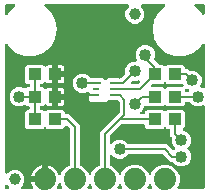
<source format=gbr>
G04 EAGLE Gerber RS-274X export*
G75*
%MOMM*%
%FSLAX34Y34*%
%LPD*%
%INTop Copper*%
%IPPOS*%
%AMOC8*
5,1,8,0,0,1.08239X$1,22.5*%
G01*
%ADD10R,0.600000X0.250000*%
%ADD11R,0.750000X0.250000*%
%ADD12R,1.100000X1.000000*%
%ADD13C,1.879600*%
%ADD14C,1.000000*%
%ADD15C,0.203200*%
%ADD16C,1.016000*%

G36*
X26981Y4324D02*
X26981Y4324D01*
X27021Y4321D01*
X27138Y4344D01*
X27257Y4359D01*
X27294Y4373D01*
X27333Y4381D01*
X27441Y4432D01*
X27552Y4476D01*
X27585Y4499D01*
X27621Y4516D01*
X27713Y4592D01*
X27810Y4662D01*
X27835Y4693D01*
X27866Y4719D01*
X27936Y4815D01*
X28013Y4907D01*
X28030Y4944D01*
X28053Y4976D01*
X28097Y5087D01*
X28148Y5195D01*
X28156Y5234D01*
X28170Y5271D01*
X28185Y5390D01*
X28208Y5507D01*
X28205Y5547D01*
X28210Y5587D01*
X28196Y5706D01*
X28188Y5825D01*
X28176Y5863D01*
X28171Y5902D01*
X28127Y6014D01*
X28090Y6127D01*
X28069Y6161D01*
X28054Y6198D01*
X27968Y6334D01*
X27889Y6443D01*
X27036Y8117D01*
X26455Y9904D01*
X26415Y10161D01*
X36830Y10161D01*
X36948Y10176D01*
X37067Y10183D01*
X37105Y10196D01*
X37145Y10201D01*
X37256Y10244D01*
X37369Y10281D01*
X37403Y10303D01*
X37441Y10318D01*
X37537Y10388D01*
X37638Y10451D01*
X37666Y10481D01*
X37698Y10504D01*
X37774Y10596D01*
X37856Y10683D01*
X37875Y10718D01*
X37901Y10749D01*
X37952Y10857D01*
X38009Y10961D01*
X38020Y11001D01*
X38037Y11037D01*
X38059Y11154D01*
X38089Y11269D01*
X38093Y11330D01*
X38097Y11350D01*
X38095Y11370D01*
X38099Y11430D01*
X38099Y12701D01*
X39370Y12701D01*
X39488Y12716D01*
X39607Y12723D01*
X39645Y12736D01*
X39685Y12741D01*
X39796Y12785D01*
X39909Y12821D01*
X39944Y12843D01*
X39981Y12858D01*
X40077Y12928D01*
X40178Y12991D01*
X40206Y13021D01*
X40239Y13045D01*
X40314Y13136D01*
X40396Y13223D01*
X40416Y13258D01*
X40441Y13290D01*
X40492Y13397D01*
X40550Y13502D01*
X40560Y13541D01*
X40577Y13577D01*
X40599Y13694D01*
X40629Y13809D01*
X40633Y13870D01*
X40637Y13890D01*
X40635Y13910D01*
X40639Y13970D01*
X40639Y24385D01*
X40896Y24345D01*
X42683Y23764D01*
X44357Y22911D01*
X45878Y21806D01*
X47206Y20478D01*
X48311Y18957D01*
X49164Y17283D01*
X49315Y16818D01*
X49328Y16791D01*
X49335Y16762D01*
X49395Y16647D01*
X49450Y16530D01*
X49469Y16507D01*
X49483Y16481D01*
X49571Y16385D01*
X49653Y16285D01*
X49677Y16268D01*
X49697Y16246D01*
X49806Y16175D01*
X49910Y16098D01*
X49938Y16087D01*
X49963Y16071D01*
X50085Y16029D01*
X50206Y15981D01*
X50236Y15977D01*
X50264Y15968D01*
X50393Y15957D01*
X50522Y15941D01*
X50551Y15945D01*
X50581Y15942D01*
X50709Y15965D01*
X50837Y15981D01*
X50865Y15992D01*
X50894Y15997D01*
X51012Y16050D01*
X51133Y16098D01*
X51157Y16115D01*
X51184Y16127D01*
X51285Y16208D01*
X51390Y16284D01*
X51409Y16307D01*
X51433Y16326D01*
X51510Y16429D01*
X51593Y16529D01*
X51606Y16556D01*
X51624Y16580D01*
X51695Y16725D01*
X52948Y19750D01*
X56450Y23252D01*
X58652Y24164D01*
X58677Y24179D01*
X58705Y24188D01*
X58815Y24257D01*
X58928Y24322D01*
X58949Y24342D01*
X58974Y24358D01*
X59063Y24452D01*
X59156Y24543D01*
X59172Y24568D01*
X59192Y24590D01*
X59255Y24703D01*
X59323Y24814D01*
X59331Y24842D01*
X59346Y24868D01*
X59378Y24994D01*
X59416Y25118D01*
X59418Y25147D01*
X59425Y25176D01*
X59435Y25337D01*
X59435Y54941D01*
X59423Y55039D01*
X59420Y55138D01*
X59403Y55196D01*
X59395Y55256D01*
X59359Y55348D01*
X59331Y55443D01*
X59301Y55495D01*
X59278Y55552D01*
X59220Y55632D01*
X59170Y55717D01*
X59104Y55793D01*
X59092Y55809D01*
X59082Y55817D01*
X59064Y55838D01*
X57304Y57598D01*
X57210Y57671D01*
X57121Y57749D01*
X57085Y57768D01*
X57053Y57792D01*
X56943Y57840D01*
X56838Y57894D01*
X56798Y57903D01*
X56761Y57919D01*
X56643Y57938D01*
X56527Y57964D01*
X56487Y57962D01*
X56447Y57969D01*
X56328Y57958D01*
X56209Y57954D01*
X56170Y57943D01*
X56130Y57939D01*
X56018Y57899D01*
X55904Y57865D01*
X55869Y57845D01*
X55831Y57831D01*
X55732Y57764D01*
X55630Y57704D01*
X55585Y57664D01*
X55568Y57653D01*
X55554Y57637D01*
X55509Y57598D01*
X53363Y55451D01*
X39837Y55451D01*
X38997Y56291D01*
X38903Y56364D01*
X38814Y56443D01*
X38778Y56461D01*
X38746Y56486D01*
X38637Y56533D01*
X38531Y56587D01*
X38492Y56596D01*
X38454Y56612D01*
X38337Y56631D01*
X38221Y56657D01*
X38180Y56656D01*
X38140Y56662D01*
X38022Y56651D01*
X37903Y56647D01*
X37864Y56636D01*
X37824Y56632D01*
X37712Y56592D01*
X37597Y56559D01*
X37562Y56538D01*
X37524Y56525D01*
X37426Y56458D01*
X37323Y56397D01*
X37278Y56358D01*
X37261Y56346D01*
X37248Y56331D01*
X37202Y56291D01*
X36363Y55451D01*
X22837Y55451D01*
X21051Y57237D01*
X21051Y69763D01*
X22837Y71549D01*
X24266Y71549D01*
X24384Y71564D01*
X24503Y71571D01*
X24541Y71584D01*
X24582Y71589D01*
X24692Y71632D01*
X24805Y71669D01*
X24840Y71691D01*
X24877Y71706D01*
X24973Y71775D01*
X25074Y71839D01*
X25102Y71869D01*
X25135Y71892D01*
X25211Y71984D01*
X25292Y72071D01*
X25312Y72106D01*
X25337Y72137D01*
X25388Y72245D01*
X25446Y72349D01*
X25456Y72389D01*
X25473Y72425D01*
X25495Y72542D01*
X25525Y72657D01*
X25529Y72717D01*
X25533Y72737D01*
X25531Y72758D01*
X25535Y72818D01*
X25535Y73232D01*
X25520Y73350D01*
X25513Y73469D01*
X25500Y73507D01*
X25495Y73548D01*
X25452Y73658D01*
X25415Y73771D01*
X25393Y73806D01*
X25378Y73843D01*
X25309Y73939D01*
X25245Y74040D01*
X25215Y74068D01*
X25192Y74101D01*
X25100Y74177D01*
X25013Y74258D01*
X24978Y74278D01*
X24947Y74303D01*
X24839Y74354D01*
X24735Y74412D01*
X24695Y74422D01*
X24659Y74439D01*
X24542Y74461D01*
X24427Y74491D01*
X24367Y74495D01*
X24347Y74499D01*
X24326Y74497D01*
X24266Y74501D01*
X22837Y74501D01*
X22114Y75225D01*
X22091Y75243D01*
X22071Y75265D01*
X21965Y75340D01*
X21863Y75420D01*
X21835Y75431D01*
X21811Y75448D01*
X21690Y75494D01*
X21571Y75546D01*
X21542Y75551D01*
X21514Y75561D01*
X21385Y75575D01*
X21257Y75596D01*
X21227Y75593D01*
X21198Y75596D01*
X21069Y75578D01*
X20940Y75566D01*
X20912Y75556D01*
X20883Y75552D01*
X20731Y75500D01*
X18127Y74421D01*
X14893Y74421D01*
X11905Y75659D01*
X9619Y77945D01*
X8381Y80933D01*
X8381Y84167D01*
X9619Y87155D01*
X11905Y89441D01*
X14893Y90679D01*
X18127Y90679D01*
X20731Y89600D01*
X20759Y89592D01*
X20785Y89579D01*
X20912Y89551D01*
X21037Y89516D01*
X21067Y89516D01*
X21096Y89509D01*
X21225Y89513D01*
X21355Y89511D01*
X21384Y89518D01*
X21414Y89519D01*
X21538Y89555D01*
X21665Y89585D01*
X21691Y89599D01*
X21719Y89607D01*
X21831Y89673D01*
X21946Y89734D01*
X21968Y89754D01*
X21993Y89769D01*
X22114Y89875D01*
X22837Y90599D01*
X24266Y90599D01*
X24384Y90614D01*
X24503Y90621D01*
X24541Y90634D01*
X24582Y90639D01*
X24692Y90682D01*
X24805Y90719D01*
X24840Y90741D01*
X24877Y90756D01*
X24973Y90825D01*
X25074Y90889D01*
X25102Y90919D01*
X25135Y90942D01*
X25211Y91034D01*
X25292Y91121D01*
X25312Y91156D01*
X25337Y91187D01*
X25388Y91295D01*
X25446Y91399D01*
X25456Y91439D01*
X25473Y91475D01*
X25495Y91592D01*
X25525Y91707D01*
X25529Y91767D01*
X25533Y91787D01*
X25531Y91808D01*
X25532Y91811D01*
X25533Y91816D01*
X25532Y91822D01*
X25535Y91868D01*
X25535Y92282D01*
X25520Y92400D01*
X25513Y92519D01*
X25500Y92557D01*
X25495Y92598D01*
X25452Y92708D01*
X25415Y92821D01*
X25393Y92856D01*
X25378Y92893D01*
X25309Y92989D01*
X25245Y93090D01*
X25215Y93118D01*
X25192Y93151D01*
X25100Y93227D01*
X25013Y93308D01*
X24978Y93328D01*
X24947Y93353D01*
X24839Y93404D01*
X24735Y93462D01*
X24695Y93472D01*
X24659Y93489D01*
X24542Y93511D01*
X24427Y93541D01*
X24367Y93545D01*
X24347Y93549D01*
X24326Y93547D01*
X24266Y93551D01*
X22837Y93551D01*
X21051Y95337D01*
X21051Y107863D01*
X22837Y109649D01*
X36363Y109649D01*
X37562Y108450D01*
X37656Y108377D01*
X37745Y108298D01*
X37781Y108280D01*
X37813Y108255D01*
X37922Y108208D01*
X38028Y108153D01*
X38068Y108145D01*
X38105Y108129D01*
X38223Y108110D01*
X38339Y108084D01*
X38379Y108085D01*
X38419Y108079D01*
X38538Y108090D01*
X38656Y108093D01*
X38695Y108105D01*
X38736Y108109D01*
X38848Y108149D01*
X38962Y108182D01*
X38997Y108202D01*
X39035Y108216D01*
X39133Y108283D01*
X39236Y108343D01*
X39281Y108383D01*
X39298Y108395D01*
X39311Y108410D01*
X39357Y108450D01*
X39540Y108633D01*
X40119Y108968D01*
X40766Y109141D01*
X44101Y109141D01*
X44101Y102830D01*
X44116Y102712D01*
X44123Y102593D01*
X44135Y102555D01*
X44141Y102515D01*
X44184Y102404D01*
X44221Y102291D01*
X44243Y102257D01*
X44258Y102219D01*
X44327Y102123D01*
X44391Y102022D01*
X44421Y101994D01*
X44444Y101962D01*
X44536Y101886D01*
X44623Y101804D01*
X44658Y101785D01*
X44689Y101759D01*
X44797Y101708D01*
X44901Y101651D01*
X44941Y101641D01*
X44977Y101623D01*
X45084Y101603D01*
X45054Y101599D01*
X44944Y101555D01*
X44831Y101519D01*
X44796Y101497D01*
X44759Y101482D01*
X44662Y101412D01*
X44562Y101349D01*
X44534Y101319D01*
X44501Y101295D01*
X44425Y101204D01*
X44344Y101117D01*
X44324Y101082D01*
X44299Y101050D01*
X44248Y100943D01*
X44190Y100838D01*
X44180Y100799D01*
X44163Y100763D01*
X44141Y100646D01*
X44111Y100530D01*
X44107Y100470D01*
X44103Y100450D01*
X44105Y100430D01*
X44101Y100370D01*
X44101Y94059D01*
X40766Y94059D01*
X40119Y94232D01*
X39540Y94567D01*
X39357Y94750D01*
X39263Y94823D01*
X39173Y94902D01*
X39137Y94920D01*
X39105Y94945D01*
X38996Y94992D01*
X38890Y95047D01*
X38851Y95055D01*
X38814Y95071D01*
X38696Y95090D01*
X38580Y95116D01*
X38539Y95115D01*
X38499Y95121D01*
X38381Y95110D01*
X38262Y95107D01*
X38223Y95095D01*
X38183Y95091D01*
X38071Y95051D01*
X37956Y95018D01*
X37922Y94998D01*
X37884Y94984D01*
X37785Y94917D01*
X37683Y94857D01*
X37637Y94817D01*
X37620Y94805D01*
X37607Y94790D01*
X37562Y94750D01*
X36363Y93551D01*
X34934Y93551D01*
X34816Y93536D01*
X34697Y93529D01*
X34659Y93516D01*
X34618Y93511D01*
X34508Y93468D01*
X34395Y93431D01*
X34360Y93409D01*
X34323Y93394D01*
X34227Y93325D01*
X34126Y93261D01*
X34098Y93231D01*
X34065Y93208D01*
X33989Y93116D01*
X33908Y93029D01*
X33888Y92994D01*
X33863Y92963D01*
X33812Y92855D01*
X33754Y92751D01*
X33744Y92711D01*
X33727Y92675D01*
X33705Y92558D01*
X33675Y92443D01*
X33671Y92383D01*
X33667Y92363D01*
X33669Y92342D01*
X33665Y92282D01*
X33665Y91868D01*
X33680Y91750D01*
X33687Y91631D01*
X33700Y91593D01*
X33705Y91552D01*
X33748Y91442D01*
X33785Y91329D01*
X33807Y91294D01*
X33822Y91257D01*
X33891Y91161D01*
X33955Y91060D01*
X33985Y91032D01*
X34008Y90999D01*
X34100Y90923D01*
X34187Y90842D01*
X34222Y90822D01*
X34253Y90797D01*
X34361Y90746D01*
X34465Y90688D01*
X34505Y90678D01*
X34541Y90661D01*
X34658Y90639D01*
X34773Y90609D01*
X34833Y90605D01*
X34853Y90601D01*
X34874Y90603D01*
X34934Y90599D01*
X36363Y90599D01*
X37562Y89400D01*
X37656Y89327D01*
X37745Y89248D01*
X37781Y89230D01*
X37813Y89205D01*
X37922Y89158D01*
X38028Y89103D01*
X38068Y89095D01*
X38105Y89079D01*
X38223Y89060D01*
X38339Y89034D01*
X38379Y89035D01*
X38419Y89029D01*
X38538Y89040D01*
X38656Y89043D01*
X38695Y89055D01*
X38736Y89059D01*
X38848Y89099D01*
X38962Y89132D01*
X38997Y89152D01*
X39035Y89166D01*
X39133Y89233D01*
X39236Y89293D01*
X39281Y89333D01*
X39298Y89345D01*
X39311Y89360D01*
X39357Y89400D01*
X39540Y89583D01*
X40119Y89918D01*
X40766Y90091D01*
X44101Y90091D01*
X44101Y83780D01*
X44116Y83662D01*
X44123Y83543D01*
X44135Y83505D01*
X44141Y83465D01*
X44184Y83354D01*
X44221Y83241D01*
X44243Y83207D01*
X44258Y83169D01*
X44327Y83073D01*
X44391Y82972D01*
X44421Y82944D01*
X44444Y82912D01*
X44536Y82836D01*
X44623Y82754D01*
X44658Y82735D01*
X44689Y82709D01*
X44797Y82658D01*
X44901Y82601D01*
X44941Y82591D01*
X44977Y82573D01*
X45084Y82553D01*
X45054Y82549D01*
X44944Y82505D01*
X44831Y82469D01*
X44796Y82447D01*
X44759Y82432D01*
X44662Y82362D01*
X44562Y82299D01*
X44534Y82269D01*
X44501Y82245D01*
X44425Y82154D01*
X44344Y82067D01*
X44324Y82032D01*
X44299Y82000D01*
X44248Y81893D01*
X44190Y81788D01*
X44180Y81749D01*
X44163Y81713D01*
X44141Y81596D01*
X44111Y81480D01*
X44107Y81420D01*
X44103Y81400D01*
X44105Y81380D01*
X44101Y81320D01*
X44101Y75009D01*
X40766Y75009D01*
X40119Y75182D01*
X39540Y75517D01*
X39357Y75700D01*
X39263Y75773D01*
X39173Y75852D01*
X39137Y75870D01*
X39105Y75895D01*
X38996Y75942D01*
X38890Y75997D01*
X38851Y76005D01*
X38814Y76021D01*
X38696Y76040D01*
X38580Y76066D01*
X38539Y76065D01*
X38499Y76071D01*
X38381Y76060D01*
X38262Y76057D01*
X38223Y76045D01*
X38183Y76041D01*
X38071Y76001D01*
X37956Y75968D01*
X37922Y75948D01*
X37884Y75934D01*
X37785Y75867D01*
X37683Y75807D01*
X37637Y75767D01*
X37620Y75755D01*
X37607Y75740D01*
X37562Y75700D01*
X36363Y74501D01*
X34934Y74501D01*
X34816Y74486D01*
X34697Y74479D01*
X34659Y74466D01*
X34618Y74461D01*
X34508Y74418D01*
X34395Y74381D01*
X34360Y74359D01*
X34323Y74344D01*
X34227Y74275D01*
X34126Y74211D01*
X34098Y74181D01*
X34065Y74158D01*
X33989Y74066D01*
X33908Y73979D01*
X33888Y73944D01*
X33863Y73913D01*
X33812Y73805D01*
X33754Y73701D01*
X33744Y73661D01*
X33727Y73625D01*
X33705Y73508D01*
X33675Y73393D01*
X33671Y73333D01*
X33667Y73313D01*
X33669Y73292D01*
X33665Y73232D01*
X33665Y72818D01*
X33680Y72700D01*
X33687Y72581D01*
X33700Y72543D01*
X33705Y72502D01*
X33748Y72392D01*
X33785Y72279D01*
X33807Y72244D01*
X33822Y72207D01*
X33891Y72111D01*
X33955Y72010D01*
X33985Y71982D01*
X34008Y71949D01*
X34100Y71873D01*
X34187Y71792D01*
X34222Y71772D01*
X34253Y71747D01*
X34361Y71696D01*
X34465Y71638D01*
X34505Y71628D01*
X34541Y71611D01*
X34658Y71589D01*
X34773Y71559D01*
X34833Y71555D01*
X34853Y71551D01*
X34874Y71553D01*
X34934Y71549D01*
X36363Y71549D01*
X37202Y70709D01*
X37296Y70636D01*
X37386Y70557D01*
X37422Y70539D01*
X37454Y70514D01*
X37563Y70467D01*
X37669Y70413D01*
X37708Y70404D01*
X37746Y70388D01*
X37863Y70369D01*
X37979Y70343D01*
X38020Y70344D01*
X38060Y70338D01*
X38178Y70349D01*
X38297Y70353D01*
X38336Y70364D01*
X38376Y70368D01*
X38489Y70408D01*
X38603Y70441D01*
X38637Y70462D01*
X38676Y70475D01*
X38774Y70542D01*
X38877Y70603D01*
X38922Y70643D01*
X38939Y70654D01*
X38952Y70669D01*
X38997Y70709D01*
X39837Y71549D01*
X53363Y71549D01*
X55149Y69763D01*
X55149Y68834D01*
X55164Y68716D01*
X55171Y68597D01*
X55184Y68559D01*
X55189Y68518D01*
X55232Y68408D01*
X55269Y68295D01*
X55291Y68260D01*
X55306Y68223D01*
X55375Y68127D01*
X55439Y68026D01*
X55469Y67998D01*
X55492Y67965D01*
X55584Y67889D01*
X55671Y67808D01*
X55706Y67788D01*
X55737Y67763D01*
X55845Y67712D01*
X55949Y67654D01*
X55989Y67644D01*
X56025Y67627D01*
X56142Y67605D01*
X56257Y67575D01*
X56317Y67571D01*
X56337Y67567D01*
X56358Y67569D01*
X56418Y67565D01*
X58834Y67565D01*
X67565Y58834D01*
X67565Y25337D01*
X67568Y25307D01*
X67566Y25278D01*
X67588Y25150D01*
X67605Y25021D01*
X67615Y24994D01*
X67620Y24965D01*
X67674Y24846D01*
X67722Y24725D01*
X67739Y24702D01*
X67751Y24675D01*
X67832Y24573D01*
X67908Y24468D01*
X67931Y24449D01*
X67950Y24426D01*
X68053Y24348D01*
X68153Y24265D01*
X68180Y24253D01*
X68204Y24235D01*
X68348Y24164D01*
X70550Y23252D01*
X74052Y19751D01*
X75027Y17395D01*
X75096Y17274D01*
X75161Y17152D01*
X75175Y17137D01*
X75185Y17119D01*
X75282Y17019D01*
X75375Y16916D01*
X75392Y16905D01*
X75406Y16891D01*
X75524Y16818D01*
X75641Y16742D01*
X75660Y16735D01*
X75677Y16724D01*
X75810Y16684D01*
X75942Y16638D01*
X75962Y16637D01*
X75981Y16631D01*
X76120Y16624D01*
X76259Y16613D01*
X76279Y16617D01*
X76299Y16616D01*
X76435Y16644D01*
X76572Y16668D01*
X76591Y16676D01*
X76610Y16680D01*
X76735Y16741D01*
X76862Y16798D01*
X76878Y16811D01*
X76896Y16820D01*
X77002Y16910D01*
X77110Y16997D01*
X77123Y17013D01*
X77138Y17026D01*
X77218Y17140D01*
X77302Y17251D01*
X77314Y17276D01*
X77321Y17286D01*
X77328Y17305D01*
X77373Y17395D01*
X78348Y19750D01*
X81850Y23252D01*
X84052Y24164D01*
X84077Y24179D01*
X84105Y24188D01*
X84215Y24257D01*
X84328Y24322D01*
X84349Y24342D01*
X84374Y24358D01*
X84463Y24452D01*
X84556Y24543D01*
X84572Y24568D01*
X84592Y24590D01*
X84655Y24703D01*
X84723Y24814D01*
X84731Y24842D01*
X84746Y24868D01*
X84778Y24994D01*
X84816Y25118D01*
X84818Y25147D01*
X84825Y25176D01*
X84835Y25337D01*
X84835Y52484D01*
X100974Y68622D01*
X101034Y68700D01*
X101102Y68772D01*
X101131Y68825D01*
X101168Y68873D01*
X101208Y68964D01*
X101256Y69051D01*
X101271Y69109D01*
X101295Y69165D01*
X101310Y69263D01*
X101335Y69359D01*
X101341Y69459D01*
X101345Y69479D01*
X101343Y69491D01*
X101345Y69519D01*
X101345Y77801D01*
X101333Y77899D01*
X101330Y77998D01*
X101313Y78056D01*
X101305Y78116D01*
X101269Y78208D01*
X101241Y78303D01*
X101211Y78355D01*
X101188Y78412D01*
X101130Y78492D01*
X101080Y78577D01*
X101014Y78653D01*
X101002Y78669D01*
X100992Y78677D01*
X100974Y78698D01*
X100442Y79230D01*
X100364Y79290D01*
X100292Y79358D01*
X100239Y79387D01*
X100191Y79424D01*
X100100Y79464D01*
X100013Y79512D01*
X99955Y79527D01*
X99899Y79551D01*
X99801Y79566D01*
X99705Y79591D01*
X99605Y79597D01*
X99585Y79601D01*
X99573Y79599D01*
X99545Y79601D01*
X92059Y79601D01*
X91960Y79589D01*
X91861Y79586D01*
X91803Y79569D01*
X91743Y79561D01*
X91651Y79525D01*
X91556Y79497D01*
X91504Y79467D01*
X91447Y79444D01*
X91367Y79386D01*
X91282Y79336D01*
X91207Y79270D01*
X91190Y79258D01*
X91182Y79248D01*
X91161Y79230D01*
X90163Y78231D01*
X77477Y78231D01*
X75691Y80017D01*
X75691Y83813D01*
X75787Y83909D01*
X75848Y83987D01*
X75916Y84059D01*
X75945Y84112D01*
X75982Y84160D01*
X76022Y84251D01*
X76070Y84338D01*
X76085Y84396D01*
X76109Y84452D01*
X76124Y84550D01*
X76149Y84646D01*
X76155Y84746D01*
X76159Y84766D01*
X76157Y84779D01*
X76159Y84807D01*
X76159Y85353D01*
X76147Y85452D01*
X76144Y85551D01*
X76127Y85609D01*
X76119Y85669D01*
X76083Y85761D01*
X76055Y85856D01*
X76025Y85908D01*
X76002Y85965D01*
X75944Y86045D01*
X75894Y86130D01*
X75828Y86205D01*
X75816Y86222D01*
X75806Y86230D01*
X75788Y86251D01*
X75404Y86634D01*
X75381Y86652D01*
X75362Y86675D01*
X75256Y86750D01*
X75153Y86829D01*
X75126Y86841D01*
X75102Y86858D01*
X74980Y86904D01*
X74861Y86955D01*
X74832Y86960D01*
X74804Y86970D01*
X74675Y86985D01*
X74547Y87005D01*
X74518Y87002D01*
X74488Y87006D01*
X74360Y86988D01*
X74230Y86975D01*
X74203Y86965D01*
X74173Y86961D01*
X74021Y86909D01*
X71467Y85851D01*
X68233Y85851D01*
X65245Y87089D01*
X62959Y89375D01*
X61721Y92363D01*
X61721Y95597D01*
X62959Y98585D01*
X65245Y100871D01*
X68233Y102109D01*
X71467Y102109D01*
X74455Y100871D01*
X76755Y98570D01*
X76834Y98510D01*
X76906Y98442D01*
X76959Y98413D01*
X77007Y98376D01*
X77098Y98336D01*
X77184Y98288D01*
X77243Y98273D01*
X77298Y98249D01*
X77396Y98234D01*
X77492Y98209D01*
X77592Y98203D01*
X77613Y98199D01*
X77625Y98201D01*
X77653Y98199D01*
X87463Y98199D01*
X88753Y96909D01*
X88847Y96836D01*
X88936Y96757D01*
X88972Y96739D01*
X89004Y96714D01*
X89113Y96667D01*
X89219Y96613D01*
X89258Y96604D01*
X89296Y96588D01*
X89413Y96569D01*
X89529Y96543D01*
X89570Y96544D01*
X89610Y96538D01*
X89728Y96549D01*
X89847Y96553D01*
X89886Y96564D01*
X89926Y96568D01*
X90038Y96608D01*
X90153Y96641D01*
X90188Y96662D01*
X90226Y96675D01*
X90324Y96742D01*
X90427Y96803D01*
X90472Y96842D01*
X90489Y96854D01*
X90502Y96869D01*
X90548Y96909D01*
X91837Y98199D01*
X100392Y98199D01*
X100428Y98179D01*
X100476Y98142D01*
X100567Y98102D01*
X100654Y98054D01*
X100713Y98039D01*
X100768Y98015D01*
X100866Y98000D01*
X100962Y97975D01*
X101062Y97969D01*
X101082Y97965D01*
X101094Y97967D01*
X101123Y97965D01*
X101851Y97965D01*
X101949Y97977D01*
X102048Y97980D01*
X102106Y97997D01*
X102166Y98005D01*
X102258Y98041D01*
X102353Y98069D01*
X102405Y98099D01*
X102462Y98122D01*
X102542Y98180D01*
X102627Y98230D01*
X102703Y98296D01*
X102719Y98308D01*
X102727Y98318D01*
X102748Y98336D01*
X105800Y101388D01*
X105860Y101466D01*
X105928Y101538D01*
X105957Y101591D01*
X105994Y101639D01*
X106034Y101730D01*
X106082Y101817D01*
X106097Y101875D01*
X106121Y101931D01*
X106136Y102029D01*
X106161Y102125D01*
X106167Y102225D01*
X106171Y102245D01*
X106169Y102257D01*
X106171Y102285D01*
X106171Y105757D01*
X107409Y108745D01*
X109695Y111031D01*
X112683Y112269D01*
X114911Y112269D01*
X114961Y112275D01*
X115010Y112273D01*
X115118Y112295D01*
X115227Y112309D01*
X115273Y112327D01*
X115322Y112337D01*
X115421Y112385D01*
X115523Y112426D01*
X115563Y112455D01*
X115608Y112477D01*
X115691Y112548D01*
X115780Y112612D01*
X115812Y112651D01*
X115850Y112683D01*
X115913Y112773D01*
X115983Y112857D01*
X116004Y112902D01*
X116033Y112943D01*
X116072Y113046D01*
X116118Y113145D01*
X116128Y113194D01*
X116145Y113240D01*
X116158Y113350D01*
X116178Y113457D01*
X116175Y113507D01*
X116181Y113556D01*
X116165Y113665D01*
X116158Y113775D01*
X116143Y113822D01*
X116136Y113871D01*
X116084Y114024D01*
X115061Y116493D01*
X115061Y119727D01*
X116299Y122715D01*
X118585Y125001D01*
X121573Y126239D01*
X124807Y126239D01*
X127795Y125001D01*
X130081Y122715D01*
X131319Y119727D01*
X131319Y116493D01*
X130676Y114941D01*
X130668Y114912D01*
X130655Y114886D01*
X130626Y114759D01*
X130592Y114634D01*
X130591Y114604D01*
X130585Y114576D01*
X130589Y114446D01*
X130587Y114316D01*
X130594Y114287D01*
X130595Y114258D01*
X130631Y114133D01*
X130661Y114007D01*
X130675Y113981D01*
X130683Y113952D01*
X130749Y113841D01*
X130810Y113726D01*
X130829Y113704D01*
X130844Y113678D01*
X130951Y113558D01*
X134488Y110020D01*
X134566Y109960D01*
X134638Y109892D01*
X134691Y109863D01*
X134739Y109826D01*
X134830Y109786D01*
X134917Y109738D01*
X134975Y109723D01*
X135031Y109699D01*
X135129Y109684D01*
X135225Y109659D01*
X135325Y109653D01*
X135345Y109649D01*
X135357Y109651D01*
X135385Y109649D01*
X137963Y109649D01*
X138802Y108809D01*
X138896Y108736D01*
X138986Y108657D01*
X139022Y108639D01*
X139054Y108614D01*
X139163Y108567D01*
X139269Y108513D01*
X139308Y108504D01*
X139346Y108488D01*
X139463Y108469D01*
X139579Y108443D01*
X139620Y108444D01*
X139660Y108438D01*
X139778Y108449D01*
X139897Y108453D01*
X139936Y108464D01*
X139976Y108468D01*
X140089Y108508D01*
X140203Y108541D01*
X140237Y108562D01*
X140276Y108575D01*
X140374Y108642D01*
X140477Y108703D01*
X140522Y108743D01*
X140539Y108754D01*
X140552Y108769D01*
X140597Y108809D01*
X141437Y109649D01*
X154963Y109649D01*
X156749Y107863D01*
X156749Y106934D01*
X156764Y106816D01*
X156771Y106697D01*
X156784Y106659D01*
X156789Y106618D01*
X156832Y106508D01*
X156869Y106395D01*
X156891Y106360D01*
X156906Y106323D01*
X156975Y106227D01*
X157039Y106126D01*
X157069Y106098D01*
X157092Y106065D01*
X157184Y105989D01*
X157271Y105908D01*
X157306Y105888D01*
X157337Y105863D01*
X157445Y105812D01*
X157549Y105754D01*
X157589Y105744D01*
X157625Y105727D01*
X157742Y105705D01*
X157857Y105675D01*
X157917Y105671D01*
X157937Y105667D01*
X157958Y105669D01*
X158018Y105665D01*
X159164Y105665D01*
X159808Y105020D01*
X159886Y104960D01*
X159958Y104892D01*
X160011Y104863D01*
X160059Y104826D01*
X160150Y104786D01*
X160237Y104738D01*
X160295Y104723D01*
X160351Y104699D01*
X160449Y104684D01*
X160545Y104659D01*
X160645Y104653D01*
X160665Y104649D01*
X160677Y104651D01*
X160705Y104649D01*
X164177Y104649D01*
X167165Y103411D01*
X169451Y101125D01*
X170689Y98137D01*
X170689Y94903D01*
X169471Y91964D01*
X169440Y91849D01*
X169401Y91736D01*
X169398Y91696D01*
X169387Y91657D01*
X169385Y91538D01*
X169376Y91419D01*
X169383Y91380D01*
X169382Y91339D01*
X169410Y91223D01*
X169430Y91106D01*
X169447Y91069D01*
X169456Y91030D01*
X169512Y90924D01*
X169561Y90816D01*
X169586Y90784D01*
X169605Y90749D01*
X169685Y90661D01*
X169760Y90568D01*
X169792Y90543D01*
X169819Y90513D01*
X169918Y90448D01*
X170014Y90376D01*
X170068Y90350D01*
X170085Y90339D01*
X170104Y90332D01*
X170158Y90305D01*
X171636Y89693D01*
X171684Y89680D01*
X171728Y89659D01*
X171836Y89638D01*
X171943Y89609D01*
X171992Y89608D01*
X172040Y89599D01*
X172150Y89606D01*
X172261Y89604D01*
X172309Y89616D01*
X172358Y89619D01*
X172463Y89653D01*
X172570Y89678D01*
X172614Y89701D01*
X172660Y89716D01*
X172754Y89775D01*
X172852Y89827D01*
X172888Y89860D01*
X172929Y89886D01*
X173005Y89967D01*
X173087Y90041D01*
X173114Y90082D01*
X173147Y90117D01*
X173201Y90214D01*
X173262Y90307D01*
X173277Y90353D01*
X173301Y90396D01*
X173329Y90503D01*
X173365Y90607D01*
X173369Y90656D01*
X173381Y90704D01*
X173391Y90864D01*
X173434Y126180D01*
X173417Y126314D01*
X173412Y126404D01*
X173406Y126422D01*
X173401Y126471D01*
X173396Y126483D01*
X173395Y126496D01*
X173341Y126632D01*
X173316Y126699D01*
X173314Y126706D01*
X173313Y126708D01*
X173290Y126769D01*
X173283Y126780D01*
X173278Y126792D01*
X173192Y126910D01*
X173109Y127031D01*
X173099Y127039D01*
X173091Y127049D01*
X172979Y127142D01*
X172868Y127239D01*
X172857Y127244D01*
X172847Y127252D01*
X172714Y127315D01*
X172583Y127380D01*
X172571Y127383D01*
X172559Y127388D01*
X172416Y127416D01*
X172272Y127447D01*
X172259Y127446D01*
X172247Y127448D01*
X172102Y127440D01*
X171954Y127434D01*
X171942Y127430D01*
X171929Y127429D01*
X171791Y127384D01*
X171650Y127342D01*
X171639Y127335D01*
X171627Y127331D01*
X171503Y127253D01*
X171378Y127177D01*
X171369Y127168D01*
X171358Y127162D01*
X171303Y127104D01*
X171288Y127092D01*
X171253Y127051D01*
X171155Y126950D01*
X171145Y126936D01*
X171140Y126930D01*
X171132Y126916D01*
X171092Y126856D01*
X171085Y126847D01*
X171081Y126840D01*
X171066Y126816D01*
X169985Y124945D01*
X163878Y119820D01*
X156386Y117093D01*
X148414Y117093D01*
X140922Y119820D01*
X134815Y124944D01*
X130829Y131849D01*
X129445Y139700D01*
X130829Y147551D01*
X134815Y154455D01*
X139682Y158540D01*
X139706Y158566D01*
X139735Y158586D01*
X139814Y158682D01*
X139899Y158773D01*
X139915Y158804D01*
X139938Y158831D01*
X139991Y158944D01*
X140050Y159053D01*
X140058Y159087D01*
X140074Y159119D01*
X140097Y159241D01*
X140127Y159361D01*
X140127Y159397D01*
X140133Y159432D01*
X140126Y159555D01*
X140125Y159679D01*
X140116Y159714D01*
X140114Y159749D01*
X140075Y159867D01*
X140044Y159987D01*
X140026Y160018D01*
X140016Y160051D01*
X139949Y160156D01*
X139889Y160265D01*
X139864Y160290D01*
X139845Y160320D01*
X139755Y160405D01*
X139670Y160495D01*
X139640Y160514D01*
X139614Y160538D01*
X139505Y160598D01*
X139400Y160664D01*
X139366Y160675D01*
X139335Y160692D01*
X139215Y160723D01*
X139097Y160760D01*
X139062Y160762D01*
X139027Y160771D01*
X138867Y160781D01*
X120366Y160781D01*
X120228Y160764D01*
X120089Y160751D01*
X120070Y160744D01*
X120050Y160741D01*
X119921Y160690D01*
X119790Y160643D01*
X119773Y160632D01*
X119754Y160624D01*
X119642Y160543D01*
X119527Y160465D01*
X119513Y160449D01*
X119497Y160438D01*
X119408Y160330D01*
X119316Y160226D01*
X119307Y160208D01*
X119294Y160193D01*
X119235Y160067D01*
X119172Y159943D01*
X119167Y159923D01*
X119159Y159905D01*
X119133Y159768D01*
X119102Y159633D01*
X119103Y159612D01*
X119099Y159593D01*
X119108Y159454D01*
X119112Y159315D01*
X119117Y159295D01*
X119119Y159275D01*
X119161Y159143D01*
X119200Y159009D01*
X119210Y158992D01*
X119217Y158973D01*
X119291Y158855D01*
X119362Y158735D01*
X119380Y158714D01*
X119387Y158704D01*
X119402Y158690D01*
X119468Y158615D01*
X121123Y156959D01*
X122349Y154001D01*
X122349Y150799D01*
X121123Y147841D01*
X118859Y145577D01*
X115901Y144351D01*
X112699Y144351D01*
X109741Y145577D01*
X107477Y147841D01*
X106251Y150799D01*
X106251Y154001D01*
X107477Y156959D01*
X109132Y158615D01*
X109217Y158724D01*
X109306Y158831D01*
X109314Y158850D01*
X109327Y158866D01*
X109382Y158994D01*
X109441Y159119D01*
X109445Y159139D01*
X109453Y159158D01*
X109475Y159296D01*
X109501Y159432D01*
X109500Y159452D01*
X109503Y159472D01*
X109490Y159611D01*
X109481Y159749D01*
X109475Y159768D01*
X109473Y159788D01*
X109426Y159920D01*
X109383Y160051D01*
X109372Y160069D01*
X109366Y160088D01*
X109288Y160203D01*
X109213Y160320D01*
X109198Y160334D01*
X109187Y160351D01*
X109083Y160443D01*
X108982Y160538D01*
X108964Y160548D01*
X108949Y160561D01*
X108824Y160625D01*
X108703Y160692D01*
X108683Y160697D01*
X108665Y160706D01*
X108530Y160736D01*
X108395Y160771D01*
X108367Y160773D01*
X108355Y160776D01*
X108335Y160775D01*
X108234Y160781D01*
X38933Y160781D01*
X38898Y160777D01*
X38863Y160779D01*
X38741Y160757D01*
X38618Y160741D01*
X38585Y160728D01*
X38550Y160722D01*
X38437Y160670D01*
X38322Y160624D01*
X38294Y160604D01*
X38261Y160589D01*
X38165Y160510D01*
X38065Y160438D01*
X38042Y160410D01*
X38015Y160388D01*
X37941Y160288D01*
X37862Y160193D01*
X37847Y160161D01*
X37826Y160132D01*
X37779Y160017D01*
X37726Y159905D01*
X37720Y159870D01*
X37707Y159837D01*
X37690Y159714D01*
X37667Y159593D01*
X37669Y159557D01*
X37664Y159522D01*
X37679Y159399D01*
X37686Y159275D01*
X37697Y159241D01*
X37702Y159206D01*
X37746Y159091D01*
X37784Y158973D01*
X37803Y158943D01*
X37816Y158910D01*
X37888Y158809D01*
X37955Y158704D01*
X37980Y158680D01*
X38001Y158651D01*
X38118Y158540D01*
X42985Y154456D01*
X46971Y147551D01*
X48355Y139700D01*
X46971Y131849D01*
X42985Y124945D01*
X36878Y119820D01*
X29386Y117093D01*
X21414Y117093D01*
X13922Y119820D01*
X7815Y124944D01*
X6687Y126898D01*
X6599Y127014D01*
X6514Y127132D01*
X6503Y127141D01*
X6495Y127151D01*
X6381Y127242D01*
X6269Y127335D01*
X6256Y127341D01*
X6246Y127349D01*
X6112Y127409D01*
X5981Y127470D01*
X5968Y127473D01*
X5955Y127478D01*
X5811Y127503D01*
X5668Y127530D01*
X5655Y127529D01*
X5642Y127532D01*
X5496Y127519D01*
X5351Y127510D01*
X5338Y127506D01*
X5325Y127505D01*
X5187Y127457D01*
X5049Y127412D01*
X5037Y127405D01*
X5024Y127401D01*
X4903Y127320D01*
X4780Y127242D01*
X4771Y127232D01*
X4759Y127225D01*
X4662Y127117D01*
X4562Y127011D01*
X4555Y126999D01*
X4546Y126989D01*
X4479Y126860D01*
X4408Y126732D01*
X4405Y126719D01*
X4399Y126707D01*
X4365Y126565D01*
X4329Y126424D01*
X4328Y126406D01*
X4326Y126398D01*
X4326Y126380D01*
X4319Y126263D01*
X4319Y18766D01*
X4336Y18628D01*
X4349Y18489D01*
X4356Y18470D01*
X4359Y18450D01*
X4410Y18321D01*
X4457Y18190D01*
X4468Y18173D01*
X4476Y18154D01*
X4557Y18042D01*
X4635Y17927D01*
X4651Y17913D01*
X4662Y17897D01*
X4770Y17808D01*
X4874Y17716D01*
X4892Y17707D01*
X4907Y17694D01*
X5033Y17635D01*
X5157Y17572D01*
X5177Y17567D01*
X5195Y17559D01*
X5332Y17533D01*
X5467Y17502D01*
X5488Y17503D01*
X5507Y17499D01*
X5646Y17508D01*
X5785Y17512D01*
X5805Y17517D01*
X5825Y17519D01*
X5957Y17561D01*
X6091Y17600D01*
X6108Y17610D01*
X6127Y17617D01*
X6245Y17691D01*
X6365Y17762D01*
X6386Y17780D01*
X6396Y17787D01*
X6410Y17802D01*
X6485Y17868D01*
X8141Y19523D01*
X11099Y20749D01*
X14301Y20749D01*
X17259Y19523D01*
X19523Y17259D01*
X20749Y14301D01*
X20749Y11099D01*
X19523Y8141D01*
X17868Y6485D01*
X17783Y6376D01*
X17694Y6269D01*
X17686Y6250D01*
X17673Y6234D01*
X17618Y6106D01*
X17559Y5981D01*
X17555Y5961D01*
X17547Y5942D01*
X17525Y5804D01*
X17499Y5668D01*
X17500Y5648D01*
X17497Y5628D01*
X17510Y5489D01*
X17519Y5351D01*
X17525Y5332D01*
X17527Y5312D01*
X17574Y5180D01*
X17617Y5049D01*
X17628Y5031D01*
X17634Y5012D01*
X17712Y4897D01*
X17787Y4780D01*
X17802Y4766D01*
X17813Y4749D01*
X17917Y4657D01*
X18018Y4562D01*
X18036Y4552D01*
X18051Y4539D01*
X18176Y4475D01*
X18297Y4408D01*
X18317Y4403D01*
X18335Y4394D01*
X18470Y4364D01*
X18605Y4329D01*
X18633Y4327D01*
X18645Y4324D01*
X18665Y4325D01*
X18766Y4319D01*
X26941Y4319D01*
X26981Y4324D01*
G37*
G36*
X172136Y4334D02*
X172136Y4334D01*
X172254Y4341D01*
X172293Y4353D01*
X172334Y4359D01*
X172444Y4402D01*
X172557Y4438D01*
X172592Y4460D01*
X172630Y4476D01*
X172726Y4545D01*
X172826Y4608D01*
X172854Y4638D01*
X172887Y4662D01*
X172963Y4754D01*
X173044Y4840D01*
X173064Y4876D01*
X173090Y4907D01*
X173141Y5014D01*
X173198Y5118D01*
X173208Y5158D01*
X173226Y5195D01*
X173248Y5311D01*
X173278Y5426D01*
X173282Y5487D01*
X173285Y5507D01*
X173284Y5528D01*
X173288Y5586D01*
X173371Y74224D01*
X173365Y74274D01*
X173367Y74325D01*
X173345Y74432D01*
X173332Y74540D01*
X173313Y74587D01*
X173303Y74636D01*
X173255Y74734D01*
X173215Y74836D01*
X173186Y74877D01*
X173163Y74922D01*
X173092Y75005D01*
X173029Y75093D01*
X172990Y75126D01*
X172957Y75164D01*
X172868Y75227D01*
X172784Y75296D01*
X172738Y75318D01*
X172697Y75347D01*
X172595Y75386D01*
X172496Y75432D01*
X172447Y75442D01*
X172400Y75460D01*
X172291Y75472D01*
X172184Y75492D01*
X172134Y75489D01*
X172083Y75495D01*
X171975Y75480D01*
X171867Y75473D01*
X171819Y75458D01*
X171769Y75451D01*
X171616Y75399D01*
X169257Y74421D01*
X166023Y74421D01*
X163035Y75659D01*
X160581Y78114D01*
X160502Y78174D01*
X160430Y78242D01*
X160377Y78271D01*
X160329Y78308D01*
X160238Y78348D01*
X160152Y78396D01*
X160093Y78411D01*
X160038Y78435D01*
X159940Y78450D01*
X159844Y78475D01*
X159744Y78481D01*
X159723Y78485D01*
X159711Y78483D01*
X159683Y78485D01*
X158018Y78485D01*
X157900Y78470D01*
X157781Y78463D01*
X157743Y78450D01*
X157702Y78445D01*
X157592Y78402D01*
X157479Y78365D01*
X157444Y78343D01*
X157407Y78328D01*
X157311Y78259D01*
X157210Y78195D01*
X157182Y78165D01*
X157149Y78142D01*
X157073Y78050D01*
X156992Y77963D01*
X156972Y77928D01*
X156947Y77897D01*
X156896Y77789D01*
X156838Y77685D01*
X156828Y77645D01*
X156811Y77609D01*
X156789Y77492D01*
X156759Y77377D01*
X156755Y77316D01*
X156751Y77297D01*
X156753Y77276D01*
X156749Y77216D01*
X156749Y76287D01*
X154963Y74501D01*
X141437Y74501D01*
X140597Y75341D01*
X140503Y75414D01*
X140414Y75493D01*
X140378Y75511D01*
X140346Y75536D01*
X140237Y75583D01*
X140131Y75637D01*
X140092Y75646D01*
X140054Y75662D01*
X139937Y75681D01*
X139821Y75707D01*
X139780Y75706D01*
X139740Y75712D01*
X139622Y75701D01*
X139503Y75697D01*
X139464Y75686D01*
X139424Y75682D01*
X139312Y75642D01*
X139197Y75609D01*
X139162Y75588D01*
X139124Y75575D01*
X139026Y75508D01*
X138923Y75447D01*
X138878Y75408D01*
X138861Y75396D01*
X138848Y75381D01*
X138802Y75341D01*
X137963Y74501D01*
X124437Y74501D01*
X124336Y74602D01*
X124297Y74633D01*
X124264Y74669D01*
X124172Y74730D01*
X124085Y74797D01*
X124039Y74817D01*
X123998Y74844D01*
X123894Y74880D01*
X123793Y74924D01*
X123744Y74931D01*
X123697Y74947D01*
X123588Y74956D01*
X123479Y74973D01*
X123430Y74969D01*
X123380Y74973D01*
X123272Y74954D01*
X123162Y74944D01*
X123116Y74927D01*
X123067Y74918D01*
X122966Y74873D01*
X122863Y74836D01*
X122822Y74808D01*
X122777Y74788D01*
X122691Y74719D01*
X122600Y74657D01*
X122567Y74620D01*
X122528Y74589D01*
X122462Y74501D01*
X122390Y74419D01*
X122367Y74375D01*
X122337Y74335D01*
X122266Y74190D01*
X121305Y71870D01*
X121286Y71802D01*
X121259Y71738D01*
X121245Y71650D01*
X121221Y71563D01*
X121220Y71493D01*
X121209Y71424D01*
X121217Y71335D01*
X121216Y71246D01*
X121185Y71245D01*
X121165Y71239D01*
X121145Y71238D01*
X121013Y71195D01*
X120879Y71157D01*
X120862Y71146D01*
X120843Y71140D01*
X120725Y71066D01*
X120605Y70995D01*
X120584Y70977D01*
X120574Y70970D01*
X120560Y70955D01*
X120485Y70889D01*
X119327Y69731D01*
X119242Y69622D01*
X119153Y69515D01*
X119145Y69496D01*
X119132Y69480D01*
X119077Y69352D01*
X119018Y69227D01*
X119014Y69207D01*
X119006Y69188D01*
X118984Y69050D01*
X118958Y68914D01*
X118959Y68894D01*
X118956Y68874D01*
X118969Y68735D01*
X118978Y68597D01*
X118984Y68578D01*
X118986Y68558D01*
X119033Y68426D01*
X119076Y68295D01*
X119087Y68277D01*
X119094Y68258D01*
X119172Y68143D01*
X119246Y68026D01*
X119261Y68012D01*
X119272Y67995D01*
X119376Y67903D01*
X119478Y67808D01*
X119495Y67798D01*
X119511Y67785D01*
X119634Y67721D01*
X119756Y67654D01*
X119776Y67649D01*
X119794Y67640D01*
X119930Y67610D01*
X120064Y67575D01*
X120092Y67573D01*
X120104Y67570D01*
X120125Y67571D01*
X120225Y67565D01*
X121382Y67565D01*
X121500Y67580D01*
X121619Y67587D01*
X121657Y67600D01*
X121698Y67605D01*
X121808Y67648D01*
X121921Y67685D01*
X121956Y67707D01*
X121993Y67722D01*
X122089Y67791D01*
X122190Y67855D01*
X122218Y67885D01*
X122251Y67908D01*
X122327Y68000D01*
X122408Y68087D01*
X122428Y68122D01*
X122453Y68153D01*
X122504Y68261D01*
X122562Y68365D01*
X122572Y68405D01*
X122589Y68441D01*
X122611Y68558D01*
X122641Y68673D01*
X122645Y68733D01*
X122649Y68753D01*
X122647Y68774D01*
X122651Y68834D01*
X122651Y69991D01*
X122634Y70129D01*
X122675Y70130D01*
X122761Y70155D01*
X122850Y70170D01*
X122913Y70199D01*
X122980Y70219D01*
X123058Y70264D01*
X123139Y70301D01*
X123194Y70345D01*
X123254Y70380D01*
X123375Y70486D01*
X124437Y71549D01*
X137963Y71549D01*
X138802Y70709D01*
X138896Y70636D01*
X138986Y70557D01*
X139022Y70539D01*
X139054Y70514D01*
X139163Y70467D01*
X139269Y70413D01*
X139308Y70404D01*
X139346Y70388D01*
X139463Y70369D01*
X139579Y70343D01*
X139620Y70344D01*
X139660Y70338D01*
X139778Y70349D01*
X139897Y70353D01*
X139936Y70364D01*
X139976Y70368D01*
X140089Y70408D01*
X140203Y70441D01*
X140237Y70462D01*
X140276Y70475D01*
X140374Y70542D01*
X140477Y70603D01*
X140522Y70643D01*
X140539Y70654D01*
X140552Y70669D01*
X140597Y70709D01*
X141437Y71549D01*
X154963Y71549D01*
X156749Y69763D01*
X156749Y57237D01*
X155268Y55756D01*
X155237Y55717D01*
X155201Y55684D01*
X155140Y55592D01*
X155073Y55505D01*
X155053Y55459D01*
X155026Y55418D01*
X154990Y55314D01*
X154946Y55213D01*
X154939Y55164D01*
X154923Y55117D01*
X154914Y55008D01*
X154897Y54899D01*
X154901Y54850D01*
X154897Y54800D01*
X154916Y54692D01*
X154926Y54582D01*
X154943Y54536D01*
X154952Y54487D01*
X154997Y54387D01*
X155034Y54283D01*
X155062Y54242D01*
X155082Y54197D01*
X155151Y54111D01*
X155213Y54020D01*
X155250Y53987D01*
X155281Y53948D01*
X155369Y53882D01*
X155451Y53809D01*
X155495Y53787D01*
X155535Y53757D01*
X155680Y53686D01*
X158275Y52611D01*
X160561Y50325D01*
X161799Y47337D01*
X161799Y44103D01*
X160561Y41115D01*
X159078Y39632D01*
X159005Y39538D01*
X158927Y39449D01*
X158908Y39413D01*
X158883Y39381D01*
X158836Y39272D01*
X158782Y39166D01*
X158773Y39127D01*
X158757Y39089D01*
X158738Y38972D01*
X158712Y38856D01*
X158713Y38815D01*
X158707Y38775D01*
X158718Y38657D01*
X158722Y38538D01*
X158733Y38499D01*
X158737Y38459D01*
X158777Y38347D01*
X158810Y38232D01*
X158831Y38197D01*
X158845Y38159D01*
X158911Y38061D01*
X158972Y37958D01*
X159012Y37913D01*
X159023Y37896D01*
X159038Y37883D01*
X159078Y37837D01*
X160561Y36355D01*
X161799Y33367D01*
X161799Y30133D01*
X160561Y27145D01*
X158275Y24859D01*
X155287Y23621D01*
X152053Y23621D01*
X149065Y24859D01*
X146611Y27314D01*
X146532Y27374D01*
X146460Y27442D01*
X146407Y27471D01*
X146359Y27508D01*
X146268Y27548D01*
X146182Y27596D01*
X146123Y27611D01*
X146068Y27635D01*
X145970Y27650D01*
X145874Y27675D01*
X145774Y27681D01*
X145753Y27685D01*
X145741Y27683D01*
X145713Y27685D01*
X144366Y27685D01*
X138388Y33664D01*
X138310Y33724D01*
X138238Y33792D01*
X138185Y33821D01*
X138137Y33858D01*
X138046Y33898D01*
X137959Y33946D01*
X137901Y33961D01*
X137845Y33985D01*
X137747Y34000D01*
X137651Y34025D01*
X137551Y34031D01*
X137531Y34035D01*
X137519Y34033D01*
X137491Y34035D01*
X109557Y34035D01*
X109459Y34023D01*
X109360Y34020D01*
X109301Y34003D01*
X109241Y33995D01*
X109149Y33959D01*
X109054Y33931D01*
X109002Y33901D01*
X108946Y33878D01*
X108866Y33820D01*
X108780Y33770D01*
X108705Y33704D01*
X108688Y33692D01*
X108680Y33682D01*
X108659Y33664D01*
X106205Y31209D01*
X103217Y29971D01*
X99983Y29971D01*
X96995Y31209D01*
X95131Y33073D01*
X95022Y33158D01*
X94915Y33247D01*
X94896Y33255D01*
X94880Y33268D01*
X94752Y33323D01*
X94627Y33382D01*
X94607Y33386D01*
X94588Y33394D01*
X94450Y33416D01*
X94314Y33442D01*
X94294Y33441D01*
X94274Y33444D01*
X94135Y33431D01*
X93997Y33422D01*
X93978Y33416D01*
X93958Y33414D01*
X93826Y33367D01*
X93695Y33324D01*
X93677Y33313D01*
X93658Y33306D01*
X93543Y33228D01*
X93426Y33154D01*
X93412Y33139D01*
X93395Y33128D01*
X93303Y33024D01*
X93208Y32922D01*
X93198Y32905D01*
X93185Y32889D01*
X93121Y32765D01*
X93054Y32644D01*
X93049Y32624D01*
X93040Y32606D01*
X93010Y32470D01*
X92975Y32336D01*
X92973Y32308D01*
X92970Y32296D01*
X92971Y32275D01*
X92965Y32175D01*
X92965Y25337D01*
X92968Y25307D01*
X92966Y25278D01*
X92988Y25150D01*
X93005Y25021D01*
X93015Y24994D01*
X93020Y24965D01*
X93074Y24846D01*
X93122Y24725D01*
X93139Y24702D01*
X93151Y24675D01*
X93232Y24573D01*
X93308Y24468D01*
X93331Y24449D01*
X93350Y24426D01*
X93453Y24348D01*
X93553Y24265D01*
X93580Y24253D01*
X93604Y24235D01*
X93748Y24164D01*
X95950Y23252D01*
X99452Y19751D01*
X100427Y17395D01*
X100496Y17274D01*
X100561Y17152D01*
X100575Y17137D01*
X100585Y17119D01*
X100682Y17019D01*
X100775Y16916D01*
X100792Y16905D01*
X100806Y16891D01*
X100924Y16818D01*
X101041Y16742D01*
X101060Y16735D01*
X101077Y16724D01*
X101210Y16684D01*
X101342Y16638D01*
X101362Y16637D01*
X101381Y16631D01*
X101520Y16624D01*
X101659Y16613D01*
X101679Y16617D01*
X101699Y16616D01*
X101835Y16644D01*
X101972Y16668D01*
X101991Y16676D01*
X102010Y16680D01*
X102135Y16741D01*
X102262Y16798D01*
X102278Y16811D01*
X102296Y16820D01*
X102402Y16910D01*
X102510Y16997D01*
X102523Y17013D01*
X102538Y17026D01*
X102618Y17140D01*
X102702Y17251D01*
X102714Y17276D01*
X102721Y17286D01*
X102728Y17305D01*
X102773Y17395D01*
X103748Y19750D01*
X107250Y23252D01*
X111824Y25147D01*
X116776Y25147D01*
X121350Y23252D01*
X124852Y19751D01*
X125827Y17395D01*
X125896Y17274D01*
X125961Y17152D01*
X125975Y17137D01*
X125985Y17119D01*
X126082Y17019D01*
X126175Y16916D01*
X126192Y16905D01*
X126206Y16891D01*
X126324Y16818D01*
X126441Y16742D01*
X126460Y16735D01*
X126477Y16724D01*
X126610Y16684D01*
X126742Y16638D01*
X126762Y16637D01*
X126781Y16631D01*
X126920Y16624D01*
X127059Y16613D01*
X127079Y16617D01*
X127099Y16616D01*
X127235Y16644D01*
X127372Y16668D01*
X127391Y16676D01*
X127410Y16680D01*
X127535Y16741D01*
X127662Y16798D01*
X127678Y16811D01*
X127696Y16820D01*
X127802Y16910D01*
X127910Y16997D01*
X127923Y17013D01*
X127938Y17026D01*
X128018Y17140D01*
X128102Y17251D01*
X128114Y17276D01*
X128121Y17286D01*
X128128Y17305D01*
X128173Y17395D01*
X129148Y19750D01*
X132650Y23252D01*
X137224Y25147D01*
X142176Y25147D01*
X146750Y23252D01*
X150252Y19750D01*
X152147Y15176D01*
X152147Y10224D01*
X150428Y6074D01*
X150414Y6026D01*
X150393Y5981D01*
X150373Y5873D01*
X150344Y5767D01*
X150343Y5717D01*
X150333Y5668D01*
X150340Y5559D01*
X150339Y5449D01*
X150350Y5401D01*
X150353Y5351D01*
X150387Y5247D01*
X150413Y5140D01*
X150436Y5096D01*
X150451Y5049D01*
X150510Y4956D01*
X150561Y4859D01*
X150595Y4822D01*
X150621Y4780D01*
X150702Y4705D01*
X150775Y4623D01*
X150817Y4596D01*
X150853Y4562D01*
X150949Y4509D01*
X151041Y4449D01*
X151088Y4432D01*
X151132Y4408D01*
X151238Y4381D01*
X151342Y4345D01*
X151391Y4341D01*
X151439Y4329D01*
X151600Y4319D01*
X172019Y4319D01*
X172136Y4334D01*
G37*
G36*
X147065Y37100D02*
X147065Y37100D01*
X147184Y37103D01*
X147222Y37114D01*
X147263Y37118D01*
X147375Y37159D01*
X147489Y37192D01*
X147524Y37212D01*
X147562Y37226D01*
X147660Y37293D01*
X147763Y37353D01*
X147808Y37393D01*
X147825Y37404D01*
X147839Y37420D01*
X147884Y37460D01*
X148262Y37837D01*
X148335Y37932D01*
X148413Y38021D01*
X148432Y38057D01*
X148457Y38089D01*
X148504Y38198D01*
X148558Y38304D01*
X148567Y38343D01*
X148583Y38381D01*
X148602Y38498D01*
X148628Y38614D01*
X148627Y38655D01*
X148633Y38695D01*
X148622Y38813D01*
X148618Y38932D01*
X148607Y38971D01*
X148603Y39011D01*
X148563Y39124D01*
X148530Y39238D01*
X148509Y39272D01*
X148495Y39311D01*
X148429Y39409D01*
X148368Y39512D01*
X148328Y39557D01*
X148317Y39574D01*
X148302Y39587D01*
X148262Y39632D01*
X146779Y41115D01*
X145541Y44103D01*
X145541Y47575D01*
X145529Y47673D01*
X145526Y47772D01*
X145509Y47830D01*
X145501Y47890D01*
X145465Y47982D01*
X145437Y48077D01*
X145407Y48129D01*
X145384Y48186D01*
X145326Y48266D01*
X145276Y48351D01*
X145210Y48427D01*
X145198Y48443D01*
X145188Y48451D01*
X145170Y48472D01*
X144135Y49506D01*
X144135Y54182D01*
X144120Y54300D01*
X144113Y54419D01*
X144100Y54457D01*
X144095Y54498D01*
X144052Y54608D01*
X144015Y54721D01*
X143993Y54756D01*
X143978Y54793D01*
X143909Y54889D01*
X143845Y54990D01*
X143815Y55018D01*
X143792Y55051D01*
X143700Y55127D01*
X143613Y55208D01*
X143578Y55228D01*
X143547Y55253D01*
X143439Y55304D01*
X143335Y55362D01*
X143295Y55372D01*
X143259Y55389D01*
X143142Y55411D01*
X143027Y55441D01*
X142967Y55445D01*
X142947Y55449D01*
X142926Y55447D01*
X142866Y55451D01*
X141437Y55451D01*
X140597Y56291D01*
X140503Y56364D01*
X140414Y56443D01*
X140378Y56461D01*
X140346Y56486D01*
X140237Y56533D01*
X140131Y56587D01*
X140092Y56596D01*
X140054Y56612D01*
X139937Y56631D01*
X139821Y56657D01*
X139780Y56656D01*
X139740Y56662D01*
X139622Y56651D01*
X139503Y56647D01*
X139464Y56636D01*
X139424Y56632D01*
X139312Y56592D01*
X139197Y56559D01*
X139162Y56538D01*
X139124Y56525D01*
X139026Y56458D01*
X138923Y56397D01*
X138878Y56358D01*
X138861Y56346D01*
X138848Y56331D01*
X138802Y56291D01*
X137963Y55451D01*
X124437Y55451D01*
X122651Y57237D01*
X122651Y58166D01*
X122636Y58284D01*
X122629Y58403D01*
X122616Y58441D01*
X122611Y58482D01*
X122568Y58592D01*
X122531Y58705D01*
X122509Y58740D01*
X122494Y58777D01*
X122425Y58873D01*
X122361Y58974D01*
X122331Y59002D01*
X122308Y59035D01*
X122216Y59111D01*
X122129Y59192D01*
X122094Y59212D01*
X122063Y59237D01*
X121955Y59288D01*
X121851Y59346D01*
X121811Y59356D01*
X121775Y59373D01*
X121658Y59395D01*
X121543Y59425D01*
X121483Y59429D01*
X121463Y59433D01*
X121442Y59431D01*
X121382Y59435D01*
X103809Y59435D01*
X103711Y59423D01*
X103612Y59420D01*
X103554Y59403D01*
X103494Y59395D01*
X103402Y59359D01*
X103307Y59331D01*
X103255Y59301D01*
X103198Y59278D01*
X103118Y59220D01*
X103033Y59170D01*
X102957Y59104D01*
X102941Y59092D01*
X102933Y59082D01*
X102912Y59064D01*
X93336Y49488D01*
X93276Y49410D01*
X93208Y49338D01*
X93179Y49285D01*
X93142Y49237D01*
X93102Y49146D01*
X93054Y49059D01*
X93039Y49001D01*
X93015Y48945D01*
X93000Y48847D01*
X92975Y48751D01*
X92969Y48651D01*
X92965Y48631D01*
X92967Y48619D01*
X92965Y48591D01*
X92965Y44025D01*
X92982Y43887D01*
X92995Y43748D01*
X93002Y43729D01*
X93005Y43709D01*
X93056Y43580D01*
X93103Y43449D01*
X93114Y43432D01*
X93122Y43414D01*
X93203Y43301D01*
X93281Y43186D01*
X93297Y43173D01*
X93308Y43156D01*
X93416Y43067D01*
X93520Y42975D01*
X93538Y42966D01*
X93553Y42953D01*
X93679Y42894D01*
X93803Y42831D01*
X93823Y42826D01*
X93841Y42818D01*
X93977Y42792D01*
X94113Y42761D01*
X94134Y42762D01*
X94153Y42758D01*
X94292Y42767D01*
X94431Y42771D01*
X94451Y42777D01*
X94471Y42778D01*
X94603Y42821D01*
X94737Y42859D01*
X94754Y42870D01*
X94773Y42876D01*
X94891Y42950D01*
X95011Y43021D01*
X95032Y43039D01*
X95042Y43046D01*
X95056Y43061D01*
X95131Y43127D01*
X96995Y44991D01*
X99983Y46229D01*
X103217Y46229D01*
X106205Y44991D01*
X108659Y42536D01*
X108738Y42476D01*
X108810Y42408D01*
X108863Y42379D01*
X108911Y42342D01*
X109002Y42302D01*
X109088Y42254D01*
X109147Y42239D01*
X109202Y42215D01*
X109300Y42200D01*
X109396Y42175D01*
X109496Y42169D01*
X109517Y42165D01*
X109529Y42167D01*
X109557Y42165D01*
X141384Y42165D01*
X146089Y37460D01*
X146183Y37387D01*
X146272Y37308D01*
X146308Y37289D01*
X146340Y37265D01*
X146449Y37217D01*
X146555Y37163D01*
X146595Y37154D01*
X146632Y37138D01*
X146750Y37120D01*
X146866Y37094D01*
X146906Y37095D01*
X146946Y37088D01*
X147065Y37100D01*
G37*
G36*
X139778Y89399D02*
X139778Y89399D01*
X139897Y89403D01*
X139936Y89414D01*
X139976Y89418D01*
X140089Y89458D01*
X140203Y89491D01*
X140237Y89512D01*
X140276Y89525D01*
X140374Y89592D01*
X140477Y89653D01*
X140522Y89693D01*
X140539Y89704D01*
X140552Y89719D01*
X140597Y89759D01*
X141437Y90599D01*
X154315Y90599D01*
X154364Y90605D01*
X154414Y90603D01*
X154521Y90625D01*
X154630Y90639D01*
X154676Y90657D01*
X154725Y90667D01*
X154824Y90715D01*
X154926Y90756D01*
X154966Y90785D01*
X155011Y90807D01*
X155094Y90878D01*
X155183Y90942D01*
X155215Y90981D01*
X155253Y91013D01*
X155316Y91103D01*
X155386Y91187D01*
X155407Y91232D01*
X155436Y91273D01*
X155475Y91376D01*
X155522Y91475D01*
X155531Y91524D01*
X155548Y91570D01*
X155561Y91680D01*
X155581Y91787D01*
X155578Y91837D01*
X155584Y91886D01*
X155568Y91995D01*
X155562Y92105D01*
X155546Y92152D01*
X155539Y92201D01*
X155487Y92354D01*
X155316Y92768D01*
X155301Y92793D01*
X155292Y92821D01*
X155222Y92931D01*
X155158Y93044D01*
X155138Y93065D01*
X155122Y93090D01*
X155027Y93179D01*
X154937Y93272D01*
X154912Y93288D01*
X154890Y93308D01*
X154776Y93371D01*
X154666Y93439D01*
X154638Y93447D01*
X154612Y93462D01*
X154486Y93494D01*
X154362Y93532D01*
X154332Y93534D01*
X154304Y93541D01*
X154143Y93551D01*
X141437Y93551D01*
X140597Y94391D01*
X140503Y94464D01*
X140414Y94543D01*
X140378Y94561D01*
X140346Y94586D01*
X140237Y94633D01*
X140131Y94687D01*
X140092Y94696D01*
X140054Y94712D01*
X139937Y94731D01*
X139821Y94757D01*
X139780Y94756D01*
X139740Y94762D01*
X139622Y94751D01*
X139503Y94747D01*
X139464Y94736D01*
X139424Y94732D01*
X139312Y94692D01*
X139197Y94659D01*
X139162Y94638D01*
X139124Y94625D01*
X139026Y94558D01*
X138923Y94497D01*
X138878Y94458D01*
X138861Y94446D01*
X138848Y94431D01*
X138802Y94391D01*
X137963Y93551D01*
X129425Y93551D01*
X129327Y93539D01*
X129228Y93536D01*
X129170Y93519D01*
X129110Y93511D01*
X129018Y93475D01*
X128923Y93447D01*
X128870Y93417D01*
X128814Y93394D01*
X128734Y93336D01*
X128649Y93286D01*
X128573Y93220D01*
X128557Y93208D01*
X128549Y93198D01*
X128528Y93180D01*
X128114Y92765D01*
X128029Y92656D01*
X127940Y92549D01*
X127931Y92530D01*
X127919Y92514D01*
X127863Y92386D01*
X127804Y92261D01*
X127801Y92241D01*
X127793Y92222D01*
X127771Y92084D01*
X127745Y91948D01*
X127746Y91928D01*
X127743Y91908D01*
X127756Y91769D01*
X127764Y91631D01*
X127771Y91612D01*
X127773Y91592D01*
X127820Y91460D01*
X127862Y91329D01*
X127873Y91311D01*
X127880Y91292D01*
X127958Y91177D01*
X128033Y91060D01*
X128047Y91046D01*
X128059Y91029D01*
X128163Y90937D01*
X128264Y90842D01*
X128282Y90832D01*
X128297Y90819D01*
X128421Y90755D01*
X128543Y90688D01*
X128562Y90683D01*
X128580Y90674D01*
X128716Y90644D01*
X128851Y90609D01*
X128879Y90607D01*
X128891Y90604D01*
X128911Y90605D01*
X129011Y90599D01*
X137963Y90599D01*
X138802Y89759D01*
X138896Y89686D01*
X138986Y89607D01*
X139022Y89589D01*
X139054Y89564D01*
X139163Y89517D01*
X139269Y89463D01*
X139308Y89454D01*
X139346Y89438D01*
X139463Y89419D01*
X139579Y89393D01*
X139620Y89394D01*
X139660Y89388D01*
X139778Y89399D01*
G37*
%LPC*%
G36*
X26415Y15239D02*
X26415Y15239D01*
X26455Y15496D01*
X27036Y17283D01*
X27889Y18957D01*
X28994Y20478D01*
X30322Y21806D01*
X31843Y22911D01*
X33517Y23764D01*
X35304Y24345D01*
X35561Y24385D01*
X35561Y15239D01*
X26415Y15239D01*
G37*
%LPD*%
G36*
X5652Y151879D02*
X5652Y151879D01*
X5798Y151885D01*
X5812Y151889D01*
X5825Y151890D01*
X5963Y151934D01*
X6103Y151976D01*
X6115Y151983D01*
X6127Y151988D01*
X6250Y152065D01*
X6375Y152141D01*
X6385Y152151D01*
X6396Y152158D01*
X6496Y152264D01*
X6598Y152368D01*
X6608Y152383D01*
X6614Y152389D01*
X6622Y152404D01*
X6687Y152502D01*
X7815Y154456D01*
X12682Y158540D01*
X12706Y158566D01*
X12735Y158586D01*
X12814Y158682D01*
X12899Y158773D01*
X12915Y158804D01*
X12938Y158831D01*
X12991Y158944D01*
X13050Y159053D01*
X13058Y159087D01*
X13074Y159119D01*
X13097Y159241D01*
X13127Y159361D01*
X13127Y159397D01*
X13133Y159432D01*
X13126Y159555D01*
X13125Y159679D01*
X13116Y159714D01*
X13114Y159749D01*
X13075Y159867D01*
X13044Y159987D01*
X13026Y160018D01*
X13016Y160051D01*
X12949Y160156D01*
X12889Y160265D01*
X12864Y160290D01*
X12845Y160320D01*
X12755Y160405D01*
X12670Y160495D01*
X12640Y160514D01*
X12614Y160538D01*
X12505Y160598D01*
X12400Y160664D01*
X12366Y160675D01*
X12335Y160692D01*
X12215Y160723D01*
X12097Y160760D01*
X12062Y160762D01*
X12027Y160771D01*
X11867Y160781D01*
X5588Y160781D01*
X5470Y160766D01*
X5351Y160759D01*
X5313Y160746D01*
X5272Y160741D01*
X5162Y160698D01*
X5049Y160661D01*
X5014Y160639D01*
X4977Y160624D01*
X4881Y160555D01*
X4780Y160491D01*
X4752Y160461D01*
X4719Y160438D01*
X4643Y160346D01*
X4562Y160259D01*
X4542Y160224D01*
X4517Y160193D01*
X4466Y160085D01*
X4408Y159981D01*
X4398Y159941D01*
X4381Y159905D01*
X4359Y159788D01*
X4329Y159673D01*
X4325Y159613D01*
X4321Y159593D01*
X4323Y159572D01*
X4319Y159512D01*
X4319Y153137D01*
X4337Y152992D01*
X4352Y152847D01*
X4357Y152834D01*
X4359Y152821D01*
X4412Y152686D01*
X4463Y152549D01*
X4471Y152538D01*
X4476Y152525D01*
X4561Y152408D01*
X4644Y152288D01*
X4655Y152279D01*
X4662Y152268D01*
X4774Y152175D01*
X4885Y152080D01*
X4897Y152074D01*
X4907Y152065D01*
X5039Y152003D01*
X5170Y151938D01*
X5183Y151935D01*
X5195Y151930D01*
X5337Y151902D01*
X5481Y151872D01*
X5494Y151872D01*
X5507Y151870D01*
X5652Y151879D01*
G37*
G36*
X172289Y151906D02*
X172289Y151906D01*
X172433Y151914D01*
X172447Y151919D01*
X172461Y151920D01*
X172598Y151968D01*
X172736Y152012D01*
X172748Y152020D01*
X172761Y152024D01*
X172882Y152105D01*
X173005Y152182D01*
X173014Y152192D01*
X173026Y152200D01*
X173123Y152308D01*
X173223Y152413D01*
X173230Y152426D01*
X173239Y152436D01*
X173306Y152565D01*
X173377Y152692D01*
X173380Y152705D01*
X173387Y152718D01*
X173420Y152859D01*
X173456Y152999D01*
X173458Y153019D01*
X173460Y153028D01*
X173459Y153045D01*
X173467Y153160D01*
X173475Y159510D01*
X173460Y159629D01*
X173452Y159749D01*
X173440Y159787D01*
X173435Y159826D01*
X173391Y159938D01*
X173354Y160051D01*
X173333Y160085D01*
X173318Y160122D01*
X173248Y160219D01*
X173184Y160320D01*
X173155Y160347D01*
X173132Y160379D01*
X173040Y160456D01*
X172952Y160538D01*
X172918Y160557D01*
X172887Y160583D01*
X172779Y160634D01*
X172674Y160692D01*
X172635Y160701D01*
X172600Y160718D01*
X172482Y160741D01*
X172366Y160771D01*
X172307Y160775D01*
X172287Y160779D01*
X172267Y160777D01*
X172205Y160781D01*
X165933Y160781D01*
X165898Y160777D01*
X165863Y160779D01*
X165741Y160757D01*
X165618Y160741D01*
X165585Y160728D01*
X165550Y160722D01*
X165437Y160670D01*
X165322Y160624D01*
X165294Y160604D01*
X165261Y160589D01*
X165165Y160510D01*
X165065Y160438D01*
X165042Y160410D01*
X165015Y160388D01*
X164941Y160288D01*
X164862Y160193D01*
X164847Y160161D01*
X164826Y160132D01*
X164779Y160017D01*
X164726Y159905D01*
X164720Y159870D01*
X164707Y159837D01*
X164690Y159714D01*
X164667Y159593D01*
X164669Y159557D01*
X164664Y159522D01*
X164679Y159399D01*
X164686Y159275D01*
X164697Y159241D01*
X164702Y159206D01*
X164746Y159091D01*
X164784Y158973D01*
X164803Y158943D01*
X164816Y158910D01*
X164888Y158809D01*
X164955Y158704D01*
X164980Y158680D01*
X165001Y158651D01*
X165118Y158540D01*
X169985Y154456D01*
X171098Y152527D01*
X171186Y152411D01*
X171271Y152294D01*
X171282Y152285D01*
X171291Y152274D01*
X171404Y152183D01*
X171516Y152091D01*
X171529Y152085D01*
X171540Y152076D01*
X171672Y152017D01*
X171803Y151955D01*
X171817Y151952D01*
X171830Y151947D01*
X171974Y151922D01*
X172116Y151895D01*
X172130Y151896D01*
X172144Y151893D01*
X172289Y151906D01*
G37*
%LPC*%
G36*
X49099Y104099D02*
X49099Y104099D01*
X49099Y109141D01*
X52434Y109141D01*
X53081Y108968D01*
X53660Y108633D01*
X54133Y108160D01*
X54468Y107581D01*
X54641Y106934D01*
X54641Y104099D01*
X49099Y104099D01*
G37*
%LPD*%
%LPC*%
G36*
X49099Y85049D02*
X49099Y85049D01*
X49099Y90091D01*
X52434Y90091D01*
X53081Y89918D01*
X53660Y89583D01*
X54133Y89110D01*
X54468Y88531D01*
X54641Y87884D01*
X54641Y85049D01*
X49099Y85049D01*
G37*
%LPD*%
%LPC*%
G36*
X49099Y94059D02*
X49099Y94059D01*
X49099Y99101D01*
X54641Y99101D01*
X54641Y96266D01*
X54468Y95619D01*
X54133Y95040D01*
X53660Y94567D01*
X53081Y94232D01*
X52434Y94059D01*
X49099Y94059D01*
G37*
%LPD*%
%LPC*%
G36*
X49099Y75009D02*
X49099Y75009D01*
X49099Y80051D01*
X54641Y80051D01*
X54641Y77216D01*
X54468Y76569D01*
X54133Y75990D01*
X53660Y75517D01*
X53081Y75182D01*
X52434Y75009D01*
X49099Y75009D01*
G37*
%LPD*%
G36*
X116389Y92977D02*
X116389Y92977D01*
X116488Y92980D01*
X116546Y92997D01*
X116606Y93005D01*
X116698Y93041D01*
X116793Y93069D01*
X116846Y93099D01*
X116902Y93122D01*
X116982Y93180D01*
X117067Y93230D01*
X117143Y93296D01*
X117159Y93308D01*
X117167Y93318D01*
X117188Y93336D01*
X118141Y94289D01*
X118184Y94345D01*
X118234Y94393D01*
X118281Y94470D01*
X118336Y94541D01*
X118364Y94605D01*
X118400Y94664D01*
X118427Y94750D01*
X118462Y94833D01*
X118473Y94902D01*
X118494Y94968D01*
X118498Y95058D01*
X118512Y95147D01*
X118506Y95216D01*
X118509Y95286D01*
X118491Y95374D01*
X118482Y95463D01*
X118459Y95529D01*
X118445Y95597D01*
X118405Y95678D01*
X118375Y95763D01*
X118336Y95820D01*
X118305Y95883D01*
X118247Y95951D01*
X118196Y96026D01*
X118144Y96072D01*
X118099Y96125D01*
X118025Y96177D01*
X117958Y96236D01*
X117896Y96268D01*
X117839Y96308D01*
X117755Y96340D01*
X117675Y96381D01*
X117606Y96396D01*
X117541Y96421D01*
X117452Y96431D01*
X117364Y96450D01*
X117295Y96448D01*
X117225Y96456D01*
X117136Y96444D01*
X117046Y96441D01*
X116979Y96421D01*
X116910Y96412D01*
X116758Y96360D01*
X115917Y96011D01*
X112445Y96011D01*
X112347Y95999D01*
X112248Y95996D01*
X112190Y95979D01*
X112130Y95971D01*
X112038Y95935D01*
X111943Y95907D01*
X111890Y95877D01*
X111834Y95854D01*
X111754Y95796D01*
X111669Y95746D01*
X111593Y95680D01*
X111577Y95668D01*
X111569Y95658D01*
X111548Y95640D01*
X111040Y95132D01*
X110955Y95022D01*
X110866Y94915D01*
X110857Y94896D01*
X110845Y94880D01*
X110790Y94752D01*
X110730Y94627D01*
X110727Y94607D01*
X110719Y94588D01*
X110697Y94450D01*
X110671Y94314D01*
X110672Y94294D01*
X110669Y94274D01*
X110682Y94135D01*
X110690Y93997D01*
X110697Y93978D01*
X110699Y93958D01*
X110746Y93827D01*
X110788Y93695D01*
X110799Y93677D01*
X110806Y93658D01*
X110884Y93544D01*
X110959Y93426D01*
X110973Y93412D01*
X110985Y93395D01*
X111089Y93303D01*
X111190Y93208D01*
X111208Y93198D01*
X111223Y93185D01*
X111347Y93122D01*
X111469Y93054D01*
X111488Y93049D01*
X111506Y93040D01*
X111642Y93010D01*
X111777Y92975D01*
X111805Y92973D01*
X111817Y92970D01*
X111837Y92971D01*
X111937Y92965D01*
X116291Y92965D01*
X116389Y92977D01*
G37*
G36*
X51649Y4325D02*
X51649Y4325D01*
X51699Y4323D01*
X51806Y4345D01*
X51915Y4359D01*
X51962Y4377D01*
X52010Y4387D01*
X52109Y4435D01*
X52211Y4476D01*
X52251Y4505D01*
X52296Y4527D01*
X52380Y4598D01*
X52468Y4662D01*
X52500Y4701D01*
X52538Y4733D01*
X52601Y4823D01*
X52671Y4907D01*
X52692Y4952D01*
X52721Y4993D01*
X52760Y5096D01*
X52807Y5195D01*
X52816Y5244D01*
X52834Y5290D01*
X52846Y5400D01*
X52867Y5507D01*
X52863Y5557D01*
X52869Y5606D01*
X52854Y5715D01*
X52847Y5825D01*
X52831Y5872D01*
X52825Y5921D01*
X52772Y6074D01*
X51695Y8675D01*
X51680Y8701D01*
X51671Y8730D01*
X51601Y8839D01*
X51537Y8952D01*
X51517Y8973D01*
X51500Y8998D01*
X51406Y9087D01*
X51316Y9180D01*
X51291Y9196D01*
X51269Y9216D01*
X51155Y9279D01*
X51045Y9346D01*
X51016Y9355D01*
X50990Y9369D01*
X50865Y9402D01*
X50741Y9440D01*
X50711Y9441D01*
X50682Y9449D01*
X50552Y9449D01*
X50423Y9455D01*
X50394Y9449D01*
X50364Y9449D01*
X50238Y9417D01*
X50112Y9391D01*
X50085Y9378D01*
X50056Y9370D01*
X49943Y9308D01*
X49826Y9251D01*
X49803Y9232D01*
X49777Y9217D01*
X49683Y9129D01*
X49584Y9045D01*
X49567Y9020D01*
X49545Y9000D01*
X49476Y8890D01*
X49401Y8785D01*
X49390Y8757D01*
X49374Y8731D01*
X49315Y8582D01*
X49164Y8117D01*
X48311Y6443D01*
X48232Y6334D01*
X48213Y6299D01*
X48187Y6269D01*
X48136Y6160D01*
X48079Y6056D01*
X48069Y6017D01*
X48052Y5981D01*
X48029Y5864D01*
X48000Y5747D01*
X48000Y5708D01*
X47992Y5668D01*
X48000Y5549D01*
X47999Y5429D01*
X48009Y5391D01*
X48012Y5351D01*
X48049Y5237D01*
X48078Y5121D01*
X48098Y5086D01*
X48110Y5049D01*
X48174Y4948D01*
X48231Y4843D01*
X48259Y4814D01*
X48280Y4780D01*
X48367Y4698D01*
X48449Y4611D01*
X48483Y4589D01*
X48512Y4562D01*
X48616Y4504D01*
X48717Y4440D01*
X48755Y4428D01*
X48790Y4408D01*
X48906Y4379D01*
X49020Y4341D01*
X49060Y4339D01*
X49098Y4329D01*
X49259Y4319D01*
X51600Y4319D01*
X51649Y4325D01*
G37*
G36*
X127849Y4325D02*
X127849Y4325D01*
X127899Y4323D01*
X128006Y4345D01*
X128115Y4359D01*
X128162Y4377D01*
X128210Y4387D01*
X128309Y4435D01*
X128411Y4476D01*
X128451Y4505D01*
X128496Y4527D01*
X128580Y4598D01*
X128668Y4662D01*
X128700Y4701D01*
X128738Y4733D01*
X128801Y4823D01*
X128871Y4907D01*
X128892Y4952D01*
X128921Y4993D01*
X128960Y5096D01*
X129007Y5195D01*
X129016Y5244D01*
X129034Y5290D01*
X129046Y5400D01*
X129067Y5507D01*
X129063Y5557D01*
X129069Y5606D01*
X129054Y5715D01*
X129047Y5825D01*
X129031Y5872D01*
X129025Y5921D01*
X128972Y6074D01*
X128173Y8005D01*
X128104Y8125D01*
X128039Y8248D01*
X128025Y8263D01*
X128015Y8281D01*
X127919Y8380D01*
X127825Y8484D01*
X127808Y8495D01*
X127794Y8509D01*
X127675Y8582D01*
X127559Y8658D01*
X127540Y8665D01*
X127523Y8676D01*
X127390Y8717D01*
X127258Y8762D01*
X127238Y8763D01*
X127219Y8769D01*
X127080Y8776D01*
X126941Y8787D01*
X126921Y8783D01*
X126901Y8784D01*
X126765Y8756D01*
X126628Y8732D01*
X126609Y8724D01*
X126590Y8720D01*
X126465Y8659D01*
X126338Y8602D01*
X126322Y8589D01*
X126304Y8580D01*
X126198Y8490D01*
X126090Y8403D01*
X126077Y8387D01*
X126062Y8374D01*
X125982Y8261D01*
X125898Y8149D01*
X125886Y8124D01*
X125879Y8114D01*
X125872Y8095D01*
X125827Y8005D01*
X125028Y6074D01*
X125014Y6026D01*
X124993Y5981D01*
X124973Y5873D01*
X124944Y5767D01*
X124943Y5717D01*
X124933Y5668D01*
X124940Y5559D01*
X124939Y5449D01*
X124950Y5401D01*
X124953Y5351D01*
X124987Y5247D01*
X125013Y5140D01*
X125036Y5096D01*
X125051Y5049D01*
X125110Y4956D01*
X125161Y4859D01*
X125195Y4822D01*
X125221Y4780D01*
X125301Y4705D01*
X125375Y4623D01*
X125417Y4596D01*
X125453Y4562D01*
X125549Y4509D01*
X125641Y4449D01*
X125688Y4432D01*
X125732Y4408D01*
X125838Y4381D01*
X125942Y4345D01*
X125991Y4341D01*
X126039Y4329D01*
X126200Y4319D01*
X127800Y4319D01*
X127849Y4325D01*
G37*
G36*
X77049Y4325D02*
X77049Y4325D01*
X77099Y4323D01*
X77206Y4345D01*
X77315Y4359D01*
X77362Y4377D01*
X77410Y4387D01*
X77509Y4435D01*
X77611Y4476D01*
X77651Y4505D01*
X77696Y4527D01*
X77780Y4598D01*
X77868Y4662D01*
X77900Y4701D01*
X77938Y4733D01*
X78001Y4823D01*
X78071Y4907D01*
X78092Y4952D01*
X78121Y4993D01*
X78160Y5096D01*
X78207Y5195D01*
X78216Y5244D01*
X78234Y5290D01*
X78246Y5400D01*
X78267Y5507D01*
X78263Y5557D01*
X78269Y5606D01*
X78254Y5715D01*
X78247Y5825D01*
X78231Y5872D01*
X78225Y5921D01*
X78172Y6074D01*
X77373Y8005D01*
X77304Y8125D01*
X77239Y8248D01*
X77225Y8263D01*
X77215Y8281D01*
X77119Y8380D01*
X77025Y8484D01*
X77008Y8495D01*
X76994Y8509D01*
X76875Y8582D01*
X76759Y8658D01*
X76740Y8665D01*
X76723Y8676D01*
X76590Y8717D01*
X76458Y8762D01*
X76438Y8763D01*
X76419Y8769D01*
X76280Y8776D01*
X76141Y8787D01*
X76121Y8783D01*
X76101Y8784D01*
X75965Y8756D01*
X75828Y8732D01*
X75809Y8724D01*
X75790Y8720D01*
X75665Y8659D01*
X75538Y8602D01*
X75522Y8589D01*
X75504Y8580D01*
X75398Y8490D01*
X75290Y8403D01*
X75277Y8387D01*
X75262Y8374D01*
X75182Y8261D01*
X75098Y8149D01*
X75086Y8124D01*
X75079Y8114D01*
X75072Y8095D01*
X75027Y8005D01*
X74228Y6074D01*
X74214Y6026D01*
X74193Y5981D01*
X74173Y5873D01*
X74144Y5767D01*
X74143Y5717D01*
X74133Y5668D01*
X74140Y5559D01*
X74139Y5449D01*
X74150Y5401D01*
X74153Y5351D01*
X74187Y5247D01*
X74213Y5140D01*
X74236Y5096D01*
X74251Y5049D01*
X74310Y4956D01*
X74361Y4859D01*
X74395Y4822D01*
X74421Y4780D01*
X74501Y4705D01*
X74575Y4623D01*
X74617Y4596D01*
X74653Y4562D01*
X74749Y4509D01*
X74841Y4449D01*
X74888Y4432D01*
X74932Y4408D01*
X75038Y4381D01*
X75142Y4345D01*
X75191Y4341D01*
X75239Y4329D01*
X75400Y4319D01*
X77000Y4319D01*
X77049Y4325D01*
G37*
G36*
X102449Y4325D02*
X102449Y4325D01*
X102499Y4323D01*
X102606Y4345D01*
X102715Y4359D01*
X102762Y4377D01*
X102810Y4387D01*
X102909Y4435D01*
X103011Y4476D01*
X103051Y4505D01*
X103096Y4527D01*
X103180Y4598D01*
X103268Y4662D01*
X103300Y4701D01*
X103338Y4733D01*
X103401Y4823D01*
X103471Y4907D01*
X103492Y4952D01*
X103521Y4993D01*
X103560Y5096D01*
X103607Y5195D01*
X103616Y5244D01*
X103634Y5290D01*
X103646Y5400D01*
X103667Y5507D01*
X103663Y5557D01*
X103669Y5606D01*
X103654Y5715D01*
X103647Y5825D01*
X103631Y5872D01*
X103625Y5921D01*
X103572Y6074D01*
X102773Y8005D01*
X102704Y8125D01*
X102639Y8248D01*
X102625Y8263D01*
X102615Y8281D01*
X102519Y8380D01*
X102425Y8484D01*
X102408Y8495D01*
X102394Y8509D01*
X102275Y8582D01*
X102159Y8658D01*
X102140Y8665D01*
X102123Y8676D01*
X101990Y8717D01*
X101858Y8762D01*
X101838Y8763D01*
X101819Y8769D01*
X101680Y8776D01*
X101541Y8787D01*
X101521Y8783D01*
X101501Y8784D01*
X101365Y8756D01*
X101228Y8732D01*
X101209Y8724D01*
X101190Y8720D01*
X101065Y8659D01*
X100938Y8602D01*
X100922Y8589D01*
X100904Y8580D01*
X100798Y8490D01*
X100690Y8403D01*
X100677Y8387D01*
X100662Y8374D01*
X100582Y8261D01*
X100498Y8149D01*
X100486Y8124D01*
X100479Y8114D01*
X100472Y8095D01*
X100427Y8005D01*
X99628Y6074D01*
X99614Y6026D01*
X99593Y5981D01*
X99573Y5873D01*
X99544Y5767D01*
X99543Y5717D01*
X99533Y5668D01*
X99540Y5559D01*
X99539Y5449D01*
X99550Y5401D01*
X99553Y5351D01*
X99587Y5247D01*
X99613Y5140D01*
X99636Y5096D01*
X99651Y5049D01*
X99710Y4956D01*
X99761Y4859D01*
X99795Y4822D01*
X99821Y4780D01*
X99901Y4705D01*
X99975Y4623D01*
X100017Y4596D01*
X100053Y4562D01*
X100149Y4509D01*
X100241Y4449D01*
X100288Y4432D01*
X100332Y4408D01*
X100438Y4381D01*
X100542Y4345D01*
X100591Y4341D01*
X100639Y4329D01*
X100800Y4319D01*
X102400Y4319D01*
X102449Y4325D01*
G37*
G36*
X6772Y4336D02*
X6772Y4336D01*
X6911Y4349D01*
X6930Y4356D01*
X6950Y4359D01*
X7079Y4410D01*
X7210Y4457D01*
X7227Y4468D01*
X7246Y4476D01*
X7358Y4557D01*
X7473Y4635D01*
X7487Y4651D01*
X7503Y4662D01*
X7592Y4770D01*
X7684Y4874D01*
X7693Y4892D01*
X7706Y4907D01*
X7765Y5033D01*
X7828Y5157D01*
X7833Y5177D01*
X7841Y5195D01*
X7867Y5331D01*
X7898Y5467D01*
X7897Y5488D01*
X7901Y5507D01*
X7892Y5646D01*
X7888Y5785D01*
X7883Y5805D01*
X7881Y5825D01*
X7839Y5957D01*
X7800Y6091D01*
X7790Y6108D01*
X7783Y6127D01*
X7709Y6245D01*
X7638Y6365D01*
X7620Y6386D01*
X7613Y6396D01*
X7598Y6410D01*
X7532Y6485D01*
X6485Y7532D01*
X6376Y7617D01*
X6269Y7706D01*
X6250Y7714D01*
X6234Y7727D01*
X6106Y7782D01*
X5981Y7841D01*
X5961Y7845D01*
X5942Y7853D01*
X5804Y7875D01*
X5668Y7901D01*
X5648Y7900D01*
X5628Y7903D01*
X5489Y7890D01*
X5351Y7881D01*
X5332Y7875D01*
X5312Y7873D01*
X5180Y7826D01*
X5049Y7783D01*
X5031Y7772D01*
X5012Y7766D01*
X4897Y7688D01*
X4780Y7613D01*
X4766Y7598D01*
X4749Y7587D01*
X4657Y7483D01*
X4562Y7382D01*
X4552Y7364D01*
X4539Y7349D01*
X4475Y7225D01*
X4408Y7103D01*
X4403Y7083D01*
X4394Y7065D01*
X4364Y6930D01*
X4329Y6795D01*
X4327Y6767D01*
X4324Y6755D01*
X4325Y6735D01*
X4319Y6634D01*
X4319Y5588D01*
X4334Y5470D01*
X4341Y5351D01*
X4354Y5313D01*
X4359Y5272D01*
X4402Y5162D01*
X4439Y5049D01*
X4461Y5014D01*
X4476Y4977D01*
X4545Y4881D01*
X4609Y4780D01*
X4639Y4752D01*
X4662Y4719D01*
X4754Y4643D01*
X4841Y4562D01*
X4876Y4542D01*
X4907Y4517D01*
X5015Y4466D01*
X5119Y4408D01*
X5159Y4398D01*
X5195Y4381D01*
X5312Y4359D01*
X5427Y4329D01*
X5487Y4325D01*
X5507Y4321D01*
X5528Y4323D01*
X5588Y4319D01*
X6634Y4319D01*
X6772Y4336D01*
G37*
G36*
X158920Y86623D02*
X158920Y86623D01*
X158990Y86622D01*
X159078Y86643D01*
X159167Y86655D01*
X159232Y86680D01*
X159299Y86697D01*
X159379Y86739D01*
X159462Y86772D01*
X159519Y86813D01*
X159580Y86845D01*
X159647Y86906D01*
X159720Y86958D01*
X159764Y87012D01*
X159816Y87059D01*
X159865Y87134D01*
X159922Y87203D01*
X159952Y87267D01*
X159991Y87325D01*
X160020Y87410D01*
X160058Y87491D01*
X160071Y87560D01*
X160094Y87626D01*
X160101Y87715D01*
X160118Y87803D01*
X160113Y87873D01*
X160119Y87943D01*
X160104Y88031D01*
X160098Y88121D01*
X160077Y88187D01*
X160065Y88256D01*
X160028Y88338D01*
X160000Y88423D01*
X159963Y88482D01*
X159934Y88546D01*
X159878Y88616D01*
X159830Y88692D01*
X159779Y88740D01*
X159735Y88794D01*
X159664Y88849D01*
X159598Y88910D01*
X159537Y88944D01*
X159481Y88986D01*
X159337Y89057D01*
X158504Y89402D01*
X158456Y89415D01*
X158411Y89436D01*
X158303Y89457D01*
X158197Y89486D01*
X158147Y89486D01*
X158098Y89496D01*
X157989Y89489D01*
X157879Y89491D01*
X157831Y89479D01*
X157781Y89476D01*
X157677Y89442D01*
X157570Y89416D01*
X157526Y89393D01*
X157479Y89378D01*
X157386Y89319D01*
X157289Y89268D01*
X157252Y89234D01*
X157210Y89208D01*
X157134Y89128D01*
X157053Y89054D01*
X157026Y89012D01*
X156992Y88976D01*
X156939Y88880D01*
X156879Y88788D01*
X156862Y88741D01*
X156838Y88698D01*
X156811Y88591D01*
X156775Y88487D01*
X156771Y88438D01*
X156759Y88390D01*
X156749Y88229D01*
X156749Y87884D01*
X156764Y87766D01*
X156771Y87647D01*
X156784Y87609D01*
X156789Y87568D01*
X156832Y87458D01*
X156869Y87345D01*
X156891Y87310D01*
X156906Y87273D01*
X156975Y87177D01*
X157039Y87076D01*
X157069Y87048D01*
X157092Y87015D01*
X157184Y86939D01*
X157271Y86858D01*
X157306Y86838D01*
X157337Y86813D01*
X157445Y86762D01*
X157549Y86704D01*
X157589Y86694D01*
X157625Y86677D01*
X157742Y86655D01*
X157857Y86625D01*
X157917Y86621D01*
X157937Y86617D01*
X157958Y86619D01*
X158018Y86615D01*
X158851Y86615D01*
X158920Y86623D01*
G37*
D10*
X96100Y83900D03*
X96100Y93900D03*
X96100Y88900D03*
X81700Y83900D03*
X81700Y88900D03*
D11*
X82450Y93900D03*
D12*
X29600Y82550D03*
X46600Y82550D03*
X29600Y101600D03*
X46600Y101600D03*
X29600Y63500D03*
X46600Y63500D03*
X131200Y63500D03*
X148200Y63500D03*
X131200Y82550D03*
X148200Y82550D03*
X131200Y101600D03*
X148200Y101600D03*
D13*
X38100Y12700D03*
X63500Y12700D03*
X88900Y12700D03*
X114300Y12700D03*
X139700Y12700D03*
D14*
X114300Y152400D03*
X12700Y12700D03*
D15*
X63580Y83900D02*
X81700Y83900D01*
X46600Y82550D02*
X46600Y101600D01*
D16*
X60960Y82550D03*
D15*
X62310Y83900D02*
X63580Y83900D01*
X62310Y83900D02*
X60960Y82550D01*
X63500Y44450D02*
X63500Y12700D01*
X63500Y44450D02*
X63500Y57150D01*
X57150Y63500D01*
X46600Y63500D01*
X148200Y101600D02*
X157480Y101600D01*
X162560Y96520D01*
D16*
X162560Y96520D03*
X153670Y31750D03*
D15*
X146050Y31750D01*
X139700Y38100D01*
X101600Y38100D01*
D16*
X101600Y38100D03*
D15*
X127000Y101600D02*
X131200Y101600D01*
X114300Y88900D02*
X96100Y88900D01*
X130810Y101990D02*
X131200Y101600D01*
D16*
X123190Y118110D03*
D15*
X130810Y107950D02*
X130810Y101990D01*
X131200Y101600D01*
X123190Y115570D02*
X123190Y118110D01*
X123190Y115570D02*
X130810Y107950D01*
X118500Y88900D02*
X114300Y88900D01*
X118500Y88900D02*
X131200Y101600D01*
D16*
X114300Y76200D03*
D15*
X120650Y82550D01*
X131200Y82550D01*
X104060Y93900D02*
X96100Y93900D01*
X104060Y93900D02*
X114300Y104140D01*
D16*
X114300Y104140D03*
D15*
X101600Y63500D02*
X131200Y63500D01*
X101600Y63500D02*
X88900Y50800D01*
X88900Y12700D01*
X96100Y83900D02*
X101520Y83900D01*
X105410Y80010D01*
X105410Y67310D01*
X101600Y63500D01*
D16*
X16510Y82550D03*
D15*
X69930Y93900D02*
X82450Y93900D01*
X69930Y93900D02*
X69850Y93980D01*
D16*
X69850Y93980D03*
D15*
X29600Y101600D02*
X29600Y82550D01*
X29600Y63500D01*
X29600Y82550D02*
X16510Y82550D01*
X148200Y63500D02*
X148200Y51190D01*
X153670Y45720D01*
D16*
X153670Y45720D03*
D15*
X157480Y82550D02*
X148200Y82550D01*
X157480Y82550D02*
X167640Y82550D01*
D16*
X167640Y82550D03*
M02*

</source>
